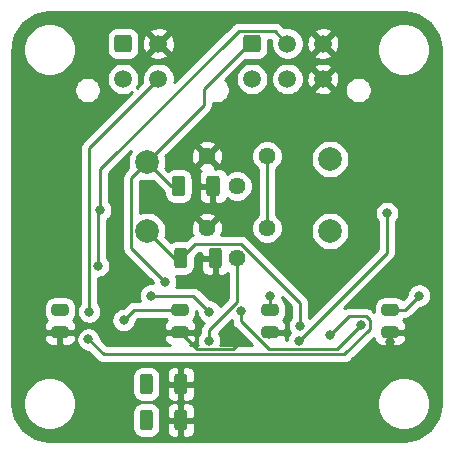
<source format=gbr>
G04 #@! TF.GenerationSoftware,KiCad,Pcbnew,(5.1.6)-1*
G04 #@! TF.CreationDate,2021-06-24T15:17:58+10:00*
G04 #@! TF.ProjectId,BSPD,42535044-2e6b-4696-9361-645f70636258,rev?*
G04 #@! TF.SameCoordinates,Original*
G04 #@! TF.FileFunction,Copper,L2,Bot*
G04 #@! TF.FilePolarity,Positive*
%FSLAX46Y46*%
G04 Gerber Fmt 4.6, Leading zero omitted, Abs format (unit mm)*
G04 Created by KiCad (PCBNEW (5.1.6)-1) date 2021-06-24 15:17:58*
%MOMM*%
%LPD*%
G01*
G04 APERTURE LIST*
G04 #@! TA.AperFunction,ComponentPad*
%ADD10C,2.000000*%
G04 #@! TD*
G04 #@! TA.AperFunction,ComponentPad*
%ADD11C,1.440000*%
G04 #@! TD*
G04 #@! TA.AperFunction,ComponentPad*
%ADD12C,1.500000*%
G04 #@! TD*
G04 #@! TA.AperFunction,ViaPad*
%ADD13C,0.800000*%
G04 #@! TD*
G04 #@! TA.AperFunction,Conductor*
%ADD14C,0.250000*%
G04 #@! TD*
G04 #@! TA.AperFunction,Conductor*
%ADD15C,0.254000*%
G04 #@! TD*
G04 APERTURE END LIST*
D10*
X103124000Y-92202000D03*
X103124000Y-86106000D03*
X87630000Y-92202000D03*
X87630000Y-86360000D03*
D11*
X92710000Y-91948000D03*
X95250000Y-94488000D03*
X97790000Y-91948000D03*
X92710000Y-85852000D03*
X95250000Y-88392000D03*
X97790000Y-85852000D03*
G04 #@! TA.AperFunction,SMDPad,CuDef*
G36*
G01*
X89927000Y-108829001D02*
X89927000Y-107578999D01*
G75*
G02*
X90176999Y-107329000I249999J0D01*
G01*
X90802001Y-107329000D01*
G75*
G02*
X91052000Y-107578999I0J-249999D01*
G01*
X91052000Y-108829001D01*
G75*
G02*
X90802001Y-109079000I-249999J0D01*
G01*
X90176999Y-109079000D01*
G75*
G02*
X89927000Y-108829001I0J249999D01*
G01*
G37*
G04 #@! TD.AperFunction*
G04 #@! TA.AperFunction,SMDPad,CuDef*
G36*
G01*
X87002000Y-108829001D02*
X87002000Y-107578999D01*
G75*
G02*
X87251999Y-107329000I249999J0D01*
G01*
X87877001Y-107329000D01*
G75*
G02*
X88127000Y-107578999I0J-249999D01*
G01*
X88127000Y-108829001D01*
G75*
G02*
X87877001Y-109079000I-249999J0D01*
G01*
X87251999Y-109079000D01*
G75*
G02*
X87002000Y-108829001I0J249999D01*
G01*
G37*
G04 #@! TD.AperFunction*
G04 #@! TA.AperFunction,SMDPad,CuDef*
G36*
G01*
X89927000Y-105781001D02*
X89927000Y-104530999D01*
G75*
G02*
X90176999Y-104281000I249999J0D01*
G01*
X90802001Y-104281000D01*
G75*
G02*
X91052000Y-104530999I0J-249999D01*
G01*
X91052000Y-105781001D01*
G75*
G02*
X90802001Y-106031000I-249999J0D01*
G01*
X90176999Y-106031000D01*
G75*
G02*
X89927000Y-105781001I0J249999D01*
G01*
G37*
G04 #@! TD.AperFunction*
G04 #@! TA.AperFunction,SMDPad,CuDef*
G36*
G01*
X87002000Y-105781001D02*
X87002000Y-104530999D01*
G75*
G02*
X87251999Y-104281000I249999J0D01*
G01*
X87877001Y-104281000D01*
G75*
G02*
X88127000Y-104530999I0J-249999D01*
G01*
X88127000Y-105781001D01*
G75*
G02*
X87877001Y-106031000I-249999J0D01*
G01*
X87251999Y-106031000D01*
G75*
G02*
X87002000Y-105781001I0J249999D01*
G01*
G37*
G04 #@! TD.AperFunction*
G04 #@! TA.AperFunction,SMDPad,CuDef*
G36*
G01*
X92848000Y-95113001D02*
X92848000Y-93862999D01*
G75*
G02*
X93097999Y-93613000I249999J0D01*
G01*
X93723001Y-93613000D01*
G75*
G02*
X93973000Y-93862999I0J-249999D01*
G01*
X93973000Y-95113001D01*
G75*
G02*
X93723001Y-95363000I-249999J0D01*
G01*
X93097999Y-95363000D01*
G75*
G02*
X92848000Y-95113001I0J249999D01*
G01*
G37*
G04 #@! TD.AperFunction*
G04 #@! TA.AperFunction,SMDPad,CuDef*
G36*
G01*
X89923000Y-95113001D02*
X89923000Y-93862999D01*
G75*
G02*
X90172999Y-93613000I249999J0D01*
G01*
X90798001Y-93613000D01*
G75*
G02*
X91048000Y-93862999I0J-249999D01*
G01*
X91048000Y-95113001D01*
G75*
G02*
X90798001Y-95363000I-249999J0D01*
G01*
X90172999Y-95363000D01*
G75*
G02*
X89923000Y-95113001I0J249999D01*
G01*
G37*
G04 #@! TD.AperFunction*
G04 #@! TA.AperFunction,SMDPad,CuDef*
G36*
G01*
X92655500Y-89017001D02*
X92655500Y-87766999D01*
G75*
G02*
X92905499Y-87517000I249999J0D01*
G01*
X93530501Y-87517000D01*
G75*
G02*
X93780500Y-87766999I0J-249999D01*
G01*
X93780500Y-89017001D01*
G75*
G02*
X93530501Y-89267000I-249999J0D01*
G01*
X92905499Y-89267000D01*
G75*
G02*
X92655500Y-89017001I0J249999D01*
G01*
G37*
G04 #@! TD.AperFunction*
G04 #@! TA.AperFunction,SMDPad,CuDef*
G36*
G01*
X89730500Y-89017001D02*
X89730500Y-87766999D01*
G75*
G02*
X89980499Y-87517000I249999J0D01*
G01*
X90605501Y-87517000D01*
G75*
G02*
X90855500Y-87766999I0J-249999D01*
G01*
X90855500Y-89017001D01*
G75*
G02*
X90605501Y-89267000I-249999J0D01*
G01*
X89980499Y-89267000D01*
G75*
G02*
X89730500Y-89017001I0J249999D01*
G01*
G37*
G04 #@! TD.AperFunction*
D12*
X102520000Y-79327000D03*
X99520000Y-79327000D03*
X96520000Y-79327000D03*
X102520000Y-76327000D03*
X99520000Y-76327000D03*
G04 #@! TA.AperFunction,ComponentPad*
G36*
G01*
X95770000Y-76827000D02*
X95770000Y-75827000D01*
G75*
G02*
X96020000Y-75577000I250000J0D01*
G01*
X97020000Y-75577000D01*
G75*
G02*
X97270000Y-75827000I0J-250000D01*
G01*
X97270000Y-76827000D01*
G75*
G02*
X97020000Y-77077000I-250000J0D01*
G01*
X96020000Y-77077000D01*
G75*
G02*
X95770000Y-76827000I0J250000D01*
G01*
G37*
G04 #@! TD.AperFunction*
X88598000Y-79327000D03*
X85598000Y-79327000D03*
X88598000Y-76327000D03*
G04 #@! TA.AperFunction,ComponentPad*
G36*
G01*
X84848000Y-76827000D02*
X84848000Y-75827000D01*
G75*
G02*
X85098000Y-75577000I250000J0D01*
G01*
X86098000Y-75577000D01*
G75*
G02*
X86348000Y-75827000I0J-250000D01*
G01*
X86348000Y-76827000D01*
G75*
G02*
X86098000Y-77077000I-250000J0D01*
G01*
X85098000Y-77077000D01*
G75*
G02*
X84848000Y-76827000I0J250000D01*
G01*
G37*
G04 #@! TD.AperFunction*
G04 #@! TA.AperFunction,SMDPad,CuDef*
G36*
G01*
X79789000Y-100272000D02*
X80739000Y-100272000D01*
G75*
G02*
X80989000Y-100522000I0J-250000D01*
G01*
X80989000Y-101022000D01*
G75*
G02*
X80739000Y-101272000I-250000J0D01*
G01*
X79789000Y-101272000D01*
G75*
G02*
X79539000Y-101022000I0J250000D01*
G01*
X79539000Y-100522000D01*
G75*
G02*
X79789000Y-100272000I250000J0D01*
G01*
G37*
G04 #@! TD.AperFunction*
G04 #@! TA.AperFunction,SMDPad,CuDef*
G36*
G01*
X79789000Y-98372000D02*
X80739000Y-98372000D01*
G75*
G02*
X80989000Y-98622000I0J-250000D01*
G01*
X80989000Y-99122000D01*
G75*
G02*
X80739000Y-99372000I-250000J0D01*
G01*
X79789000Y-99372000D01*
G75*
G02*
X79539000Y-99122000I0J250000D01*
G01*
X79539000Y-98622000D01*
G75*
G02*
X79789000Y-98372000I250000J0D01*
G01*
G37*
G04 #@! TD.AperFunction*
G04 #@! TA.AperFunction,SMDPad,CuDef*
G36*
G01*
X107729000Y-100272000D02*
X108679000Y-100272000D01*
G75*
G02*
X108929000Y-100522000I0J-250000D01*
G01*
X108929000Y-101022000D01*
G75*
G02*
X108679000Y-101272000I-250000J0D01*
G01*
X107729000Y-101272000D01*
G75*
G02*
X107479000Y-101022000I0J250000D01*
G01*
X107479000Y-100522000D01*
G75*
G02*
X107729000Y-100272000I250000J0D01*
G01*
G37*
G04 #@! TD.AperFunction*
G04 #@! TA.AperFunction,SMDPad,CuDef*
G36*
G01*
X107729000Y-98372000D02*
X108679000Y-98372000D01*
G75*
G02*
X108929000Y-98622000I0J-250000D01*
G01*
X108929000Y-99122000D01*
G75*
G02*
X108679000Y-99372000I-250000J0D01*
G01*
X107729000Y-99372000D01*
G75*
G02*
X107479000Y-99122000I0J250000D01*
G01*
X107479000Y-98622000D01*
G75*
G02*
X107729000Y-98372000I250000J0D01*
G01*
G37*
G04 #@! TD.AperFunction*
G04 #@! TA.AperFunction,SMDPad,CuDef*
G36*
G01*
X97569000Y-100272000D02*
X98519000Y-100272000D01*
G75*
G02*
X98769000Y-100522000I0J-250000D01*
G01*
X98769000Y-101022000D01*
G75*
G02*
X98519000Y-101272000I-250000J0D01*
G01*
X97569000Y-101272000D01*
G75*
G02*
X97319000Y-101022000I0J250000D01*
G01*
X97319000Y-100522000D01*
G75*
G02*
X97569000Y-100272000I250000J0D01*
G01*
G37*
G04 #@! TD.AperFunction*
G04 #@! TA.AperFunction,SMDPad,CuDef*
G36*
G01*
X97569000Y-98372000D02*
X98519000Y-98372000D01*
G75*
G02*
X98769000Y-98622000I0J-250000D01*
G01*
X98769000Y-99122000D01*
G75*
G02*
X98519000Y-99372000I-250000J0D01*
G01*
X97569000Y-99372000D01*
G75*
G02*
X97319000Y-99122000I0J250000D01*
G01*
X97319000Y-98622000D01*
G75*
G02*
X97569000Y-98372000I250000J0D01*
G01*
G37*
G04 #@! TD.AperFunction*
G04 #@! TA.AperFunction,SMDPad,CuDef*
G36*
G01*
X89949000Y-100272000D02*
X90899000Y-100272000D01*
G75*
G02*
X91149000Y-100522000I0J-250000D01*
G01*
X91149000Y-101022000D01*
G75*
G02*
X90899000Y-101272000I-250000J0D01*
G01*
X89949000Y-101272000D01*
G75*
G02*
X89699000Y-101022000I0J250000D01*
G01*
X89699000Y-100522000D01*
G75*
G02*
X89949000Y-100272000I250000J0D01*
G01*
G37*
G04 #@! TD.AperFunction*
G04 #@! TA.AperFunction,SMDPad,CuDef*
G36*
G01*
X89949000Y-98372000D02*
X90899000Y-98372000D01*
G75*
G02*
X91149000Y-98622000I0J-250000D01*
G01*
X91149000Y-99122000D01*
G75*
G02*
X90899000Y-99372000I-250000J0D01*
G01*
X89949000Y-99372000D01*
G75*
G02*
X89699000Y-99122000I0J250000D01*
G01*
X89699000Y-98622000D01*
G75*
G02*
X89949000Y-98372000I250000J0D01*
G01*
G37*
G04 #@! TD.AperFunction*
D13*
X97930847Y-100928000D03*
X108204000Y-101572990D03*
X93410500Y-94488000D03*
X80266845Y-100775665D03*
X88123770Y-101373010D03*
X95631000Y-101473000D03*
X110490000Y-93410500D03*
X80195963Y-98803963D03*
X110679000Y-97663000D03*
X83464000Y-95143154D03*
X83668000Y-90424000D03*
X85656847Y-99753847D03*
X90424000Y-98872000D03*
X98044000Y-97663000D03*
X107950000Y-90678000D03*
X100519000Y-101473000D03*
X87564500Y-105156000D03*
X82739000Y-99032990D03*
X87564500Y-108204000D03*
X100584000Y-100203000D03*
X95569000Y-98933000D03*
X105791000Y-100122990D03*
X89154000Y-96520000D03*
X87949000Y-97663000D03*
X92899000Y-99032990D03*
X82677000Y-101373010D03*
X103124000Y-100969000D03*
X92899000Y-101473000D03*
D14*
X108204000Y-101572990D02*
X108204000Y-100772000D01*
X91850001Y-102198001D02*
X90424000Y-100772000D01*
X94905999Y-102198001D02*
X91850001Y-102198001D01*
X95631000Y-101473000D02*
X94905999Y-102198001D01*
X97790000Y-85852000D02*
X97790000Y-91948000D01*
X108204000Y-98872000D02*
X109470000Y-98872000D01*
X109470000Y-98872000D02*
X110679000Y-97663000D01*
X83464000Y-95143154D02*
X83464000Y-90628000D01*
X83464000Y-90628000D02*
X83668000Y-90424000D01*
X83668000Y-86975998D02*
X83668000Y-90424000D01*
X95392008Y-75251990D02*
X83668000Y-86975998D01*
X98444990Y-75251990D02*
X95392008Y-75251990D01*
X99520000Y-76327000D02*
X98444990Y-75251990D01*
X90424000Y-98872000D02*
X86538694Y-98872000D01*
X86538694Y-98872000D02*
X85656847Y-99753847D01*
X98044000Y-97663000D02*
X98044000Y-98872000D01*
X107950000Y-90678000D02*
X107950000Y-94042000D01*
X107950000Y-94042000D02*
X100519000Y-101473000D01*
X88598000Y-79327000D02*
X82739000Y-85186000D01*
X82739000Y-85186000D02*
X82739000Y-99032990D01*
X89916000Y-94488000D02*
X87630000Y-92202000D01*
X90485500Y-94488000D02*
X89916000Y-94488000D01*
X95596592Y-93287990D02*
X91685510Y-93287990D01*
X91685510Y-93287990D02*
X90485500Y-94488000D01*
X100584000Y-98275398D02*
X95596592Y-93287990D01*
X100584000Y-100203000D02*
X100584000Y-98275398D01*
X92423001Y-80142997D02*
X92423001Y-81566999D01*
X92423001Y-81566999D02*
X87630000Y-86360000D01*
X96238998Y-76327000D02*
X92423001Y-80142997D01*
X96520000Y-76327000D02*
X96238998Y-76327000D01*
X89662000Y-88392000D02*
X90293000Y-88392000D01*
X87630000Y-86360000D02*
X89662000Y-88392000D01*
X97931811Y-102198001D02*
X95569000Y-99835190D01*
X103715989Y-102198001D02*
X97931811Y-102198001D01*
X95569000Y-99835190D02*
X95569000Y-98933000D01*
X105791000Y-100122990D02*
X103715989Y-102198001D01*
X86304999Y-93670999D02*
X89154000Y-96520000D01*
X87630000Y-86360000D02*
X86304999Y-87685001D01*
X86304999Y-87685001D02*
X86304999Y-93670999D01*
X87949000Y-97663000D02*
X91529010Y-97663000D01*
X91529010Y-97663000D02*
X92899000Y-99032990D01*
X83952001Y-102648011D02*
X82677000Y-101373010D01*
X106516001Y-99774989D02*
X106516001Y-100470991D01*
X104338981Y-102648011D02*
X83952001Y-102648011D01*
X106139001Y-99397989D02*
X106516001Y-99774989D01*
X104695011Y-99397989D02*
X106139001Y-99397989D01*
X106516001Y-100470991D02*
X104338981Y-102648011D01*
X103124000Y-100969000D02*
X104695011Y-99397989D01*
X95250000Y-94488000D02*
X95250000Y-98207999D01*
X92899000Y-100558999D02*
X95250000Y-98207999D01*
X92899000Y-101473000D02*
X92899000Y-100558999D01*
D15*
G36*
X109958222Y-73748096D02*
G01*
X110546164Y-73925606D01*
X111088436Y-74213937D01*
X111564364Y-74602094D01*
X111955845Y-75075314D01*
X112247951Y-75615552D01*
X112429563Y-76202244D01*
X112497001Y-76843888D01*
X112497000Y-106774721D01*
X112433904Y-107418221D01*
X112256394Y-108006164D01*
X111968063Y-108548436D01*
X111579906Y-109024364D01*
X111106686Y-109415845D01*
X110566449Y-109707950D01*
X109979756Y-109889563D01*
X109338130Y-109957000D01*
X79407279Y-109957000D01*
X78763779Y-109893904D01*
X78175836Y-109716394D01*
X77633564Y-109428063D01*
X77157636Y-109039906D01*
X76766155Y-108566686D01*
X76474050Y-108026449D01*
X76292437Y-107439756D01*
X76225000Y-106798130D01*
X76225000Y-106614872D01*
X77140000Y-106614872D01*
X77140000Y-107055128D01*
X77225890Y-107486925D01*
X77394369Y-107893669D01*
X77638962Y-108259729D01*
X77950271Y-108571038D01*
X78316331Y-108815631D01*
X78723075Y-108984110D01*
X79154872Y-109070000D01*
X79595128Y-109070000D01*
X80026925Y-108984110D01*
X80433669Y-108815631D01*
X80799729Y-108571038D01*
X81111038Y-108259729D01*
X81355631Y-107893669D01*
X81485971Y-107578999D01*
X86363928Y-107578999D01*
X86363928Y-108829001D01*
X86380992Y-109002255D01*
X86431528Y-109168851D01*
X86513595Y-109322387D01*
X86624038Y-109456962D01*
X86758613Y-109567405D01*
X86912149Y-109649472D01*
X87078745Y-109700008D01*
X87251999Y-109717072D01*
X87877001Y-109717072D01*
X88050255Y-109700008D01*
X88216851Y-109649472D01*
X88370387Y-109567405D01*
X88504962Y-109456962D01*
X88615405Y-109322387D01*
X88697472Y-109168851D01*
X88724727Y-109079000D01*
X89288928Y-109079000D01*
X89301188Y-109203482D01*
X89337498Y-109323180D01*
X89396463Y-109433494D01*
X89475815Y-109530185D01*
X89572506Y-109609537D01*
X89682820Y-109668502D01*
X89802518Y-109704812D01*
X89927000Y-109717072D01*
X90203750Y-109714000D01*
X90362500Y-109555250D01*
X90362500Y-108331000D01*
X90616500Y-108331000D01*
X90616500Y-109555250D01*
X90775250Y-109714000D01*
X91052000Y-109717072D01*
X91176482Y-109704812D01*
X91296180Y-109668502D01*
X91406494Y-109609537D01*
X91503185Y-109530185D01*
X91582537Y-109433494D01*
X91641502Y-109323180D01*
X91677812Y-109203482D01*
X91690072Y-109079000D01*
X91687000Y-108489750D01*
X91528250Y-108331000D01*
X90616500Y-108331000D01*
X90362500Y-108331000D01*
X89450750Y-108331000D01*
X89292000Y-108489750D01*
X89288928Y-109079000D01*
X88724727Y-109079000D01*
X88748008Y-109002255D01*
X88765072Y-108829001D01*
X88765072Y-107578999D01*
X88748008Y-107405745D01*
X88724728Y-107329000D01*
X89288928Y-107329000D01*
X89292000Y-107918250D01*
X89450750Y-108077000D01*
X90362500Y-108077000D01*
X90362500Y-106852750D01*
X90616500Y-106852750D01*
X90616500Y-108077000D01*
X91528250Y-108077000D01*
X91687000Y-107918250D01*
X91690072Y-107329000D01*
X91677812Y-107204518D01*
X91641502Y-107084820D01*
X91582537Y-106974506D01*
X91503185Y-106877815D01*
X91406494Y-106798463D01*
X91296180Y-106739498D01*
X91176482Y-106703188D01*
X91052000Y-106690928D01*
X90775250Y-106694000D01*
X90616500Y-106852750D01*
X90362500Y-106852750D01*
X90203750Y-106694000D01*
X89927000Y-106690928D01*
X89802518Y-106703188D01*
X89682820Y-106739498D01*
X89572506Y-106798463D01*
X89475815Y-106877815D01*
X89396463Y-106974506D01*
X89337498Y-107084820D01*
X89301188Y-107204518D01*
X89288928Y-107329000D01*
X88724728Y-107329000D01*
X88697472Y-107239149D01*
X88615405Y-107085613D01*
X88504962Y-106951038D01*
X88370387Y-106840595D01*
X88216851Y-106758528D01*
X88050255Y-106707992D01*
X87877001Y-106690928D01*
X87251999Y-106690928D01*
X87078745Y-106707992D01*
X86912149Y-106758528D01*
X86758613Y-106840595D01*
X86624038Y-106951038D01*
X86513595Y-107085613D01*
X86431528Y-107239149D01*
X86380992Y-107405745D01*
X86363928Y-107578999D01*
X81485971Y-107578999D01*
X81524110Y-107486925D01*
X81610000Y-107055128D01*
X81610000Y-106614872D01*
X81524110Y-106183075D01*
X81355631Y-105776331D01*
X81111038Y-105410271D01*
X80799729Y-105098962D01*
X80433669Y-104854369D01*
X80026925Y-104685890D01*
X79595128Y-104600000D01*
X79154872Y-104600000D01*
X78723075Y-104685890D01*
X78316331Y-104854369D01*
X77950271Y-105098962D01*
X77638962Y-105410271D01*
X77394369Y-105776331D01*
X77225890Y-106183075D01*
X77140000Y-106614872D01*
X76225000Y-106614872D01*
X76225000Y-104530999D01*
X86363928Y-104530999D01*
X86363928Y-105781001D01*
X86380992Y-105954255D01*
X86431528Y-106120851D01*
X86513595Y-106274387D01*
X86624038Y-106408962D01*
X86758613Y-106519405D01*
X86912149Y-106601472D01*
X87078745Y-106652008D01*
X87251999Y-106669072D01*
X87877001Y-106669072D01*
X88050255Y-106652008D01*
X88216851Y-106601472D01*
X88370387Y-106519405D01*
X88504962Y-106408962D01*
X88615405Y-106274387D01*
X88697472Y-106120851D01*
X88724727Y-106031000D01*
X89288928Y-106031000D01*
X89301188Y-106155482D01*
X89337498Y-106275180D01*
X89396463Y-106385494D01*
X89475815Y-106482185D01*
X89572506Y-106561537D01*
X89682820Y-106620502D01*
X89802518Y-106656812D01*
X89927000Y-106669072D01*
X90203750Y-106666000D01*
X90362500Y-106507250D01*
X90362500Y-105283000D01*
X90616500Y-105283000D01*
X90616500Y-106507250D01*
X90775250Y-106666000D01*
X91052000Y-106669072D01*
X91176482Y-106656812D01*
X91296180Y-106620502D01*
X91306712Y-106614872D01*
X107140000Y-106614872D01*
X107140000Y-107055128D01*
X107225890Y-107486925D01*
X107394369Y-107893669D01*
X107638962Y-108259729D01*
X107950271Y-108571038D01*
X108316331Y-108815631D01*
X108723075Y-108984110D01*
X109154872Y-109070000D01*
X109595128Y-109070000D01*
X110026925Y-108984110D01*
X110433669Y-108815631D01*
X110799729Y-108571038D01*
X111111038Y-108259729D01*
X111355631Y-107893669D01*
X111524110Y-107486925D01*
X111610000Y-107055128D01*
X111610000Y-106614872D01*
X111524110Y-106183075D01*
X111355631Y-105776331D01*
X111111038Y-105410271D01*
X110799729Y-105098962D01*
X110433669Y-104854369D01*
X110026925Y-104685890D01*
X109595128Y-104600000D01*
X109154872Y-104600000D01*
X108723075Y-104685890D01*
X108316331Y-104854369D01*
X107950271Y-105098962D01*
X107638962Y-105410271D01*
X107394369Y-105776331D01*
X107225890Y-106183075D01*
X107140000Y-106614872D01*
X91306712Y-106614872D01*
X91406494Y-106561537D01*
X91503185Y-106482185D01*
X91582537Y-106385494D01*
X91641502Y-106275180D01*
X91677812Y-106155482D01*
X91690072Y-106031000D01*
X91687000Y-105441750D01*
X91528250Y-105283000D01*
X90616500Y-105283000D01*
X90362500Y-105283000D01*
X89450750Y-105283000D01*
X89292000Y-105441750D01*
X89288928Y-106031000D01*
X88724727Y-106031000D01*
X88748008Y-105954255D01*
X88765072Y-105781001D01*
X88765072Y-104530999D01*
X88748008Y-104357745D01*
X88724728Y-104281000D01*
X89288928Y-104281000D01*
X89292000Y-104870250D01*
X89450750Y-105029000D01*
X90362500Y-105029000D01*
X90362500Y-103804750D01*
X90616500Y-103804750D01*
X90616500Y-105029000D01*
X91528250Y-105029000D01*
X91687000Y-104870250D01*
X91690072Y-104281000D01*
X91677812Y-104156518D01*
X91641502Y-104036820D01*
X91582537Y-103926506D01*
X91503185Y-103829815D01*
X91406494Y-103750463D01*
X91296180Y-103691498D01*
X91176482Y-103655188D01*
X91052000Y-103642928D01*
X90775250Y-103646000D01*
X90616500Y-103804750D01*
X90362500Y-103804750D01*
X90203750Y-103646000D01*
X89927000Y-103642928D01*
X89802518Y-103655188D01*
X89682820Y-103691498D01*
X89572506Y-103750463D01*
X89475815Y-103829815D01*
X89396463Y-103926506D01*
X89337498Y-104036820D01*
X89301188Y-104156518D01*
X89288928Y-104281000D01*
X88724728Y-104281000D01*
X88697472Y-104191149D01*
X88615405Y-104037613D01*
X88504962Y-103903038D01*
X88370387Y-103792595D01*
X88216851Y-103710528D01*
X88050255Y-103659992D01*
X87877001Y-103642928D01*
X87251999Y-103642928D01*
X87078745Y-103659992D01*
X86912149Y-103710528D01*
X86758613Y-103792595D01*
X86624038Y-103903038D01*
X86513595Y-104037613D01*
X86431528Y-104191149D01*
X86380992Y-104357745D01*
X86363928Y-104530999D01*
X76225000Y-104530999D01*
X76225000Y-101272000D01*
X78900928Y-101272000D01*
X78913188Y-101396482D01*
X78949498Y-101516180D01*
X79008463Y-101626494D01*
X79087815Y-101723185D01*
X79184506Y-101802537D01*
X79294820Y-101861502D01*
X79414518Y-101897812D01*
X79539000Y-101910072D01*
X79978250Y-101907000D01*
X80137000Y-101748250D01*
X80137000Y-100899000D01*
X80391000Y-100899000D01*
X80391000Y-101748250D01*
X80549750Y-101907000D01*
X80989000Y-101910072D01*
X81113482Y-101897812D01*
X81233180Y-101861502D01*
X81343494Y-101802537D01*
X81440185Y-101723185D01*
X81519537Y-101626494D01*
X81578502Y-101516180D01*
X81614812Y-101396482D01*
X81627072Y-101272000D01*
X81627059Y-101271071D01*
X81642000Y-101271071D01*
X81642000Y-101474949D01*
X81681774Y-101674908D01*
X81759795Y-101863266D01*
X81873063Y-102032784D01*
X82017226Y-102176947D01*
X82186744Y-102290215D01*
X82375102Y-102368236D01*
X82575061Y-102408010D01*
X82637199Y-102408010D01*
X83388202Y-103159014D01*
X83412000Y-103188012D01*
X83527725Y-103282985D01*
X83659754Y-103353557D01*
X83803015Y-103397014D01*
X83914668Y-103408011D01*
X83914676Y-103408011D01*
X83952001Y-103411687D01*
X83989326Y-103408011D01*
X104301659Y-103408011D01*
X104338981Y-103411687D01*
X104376303Y-103408011D01*
X104376314Y-103408011D01*
X104487967Y-103397014D01*
X104631228Y-103353557D01*
X104763257Y-103282985D01*
X104878982Y-103188012D01*
X104902785Y-103159008D01*
X106841672Y-101220122D01*
X106840928Y-101272000D01*
X106853188Y-101396482D01*
X106889498Y-101516180D01*
X106948463Y-101626494D01*
X107027815Y-101723185D01*
X107124506Y-101802537D01*
X107234820Y-101861502D01*
X107354518Y-101897812D01*
X107479000Y-101910072D01*
X107918250Y-101907000D01*
X108077000Y-101748250D01*
X108077000Y-100899000D01*
X108331000Y-100899000D01*
X108331000Y-101748250D01*
X108489750Y-101907000D01*
X108929000Y-101910072D01*
X109053482Y-101897812D01*
X109173180Y-101861502D01*
X109283494Y-101802537D01*
X109380185Y-101723185D01*
X109459537Y-101626494D01*
X109518502Y-101516180D01*
X109554812Y-101396482D01*
X109567072Y-101272000D01*
X109564000Y-101057750D01*
X109405250Y-100899000D01*
X108331000Y-100899000D01*
X108077000Y-100899000D01*
X108057000Y-100899000D01*
X108057000Y-100645000D01*
X108077000Y-100645000D01*
X108077000Y-100625000D01*
X108331000Y-100625000D01*
X108331000Y-100645000D01*
X109405250Y-100645000D01*
X109564000Y-100486250D01*
X109567072Y-100272000D01*
X109554812Y-100147518D01*
X109518502Y-100027820D01*
X109459537Y-99917506D01*
X109380185Y-99820815D01*
X109300406Y-99755342D01*
X109306962Y-99749962D01*
X109403770Y-99632000D01*
X109432678Y-99632000D01*
X109470000Y-99635676D01*
X109507322Y-99632000D01*
X109507333Y-99632000D01*
X109618986Y-99621003D01*
X109762247Y-99577546D01*
X109894276Y-99506974D01*
X110010001Y-99412001D01*
X110033804Y-99382997D01*
X110718802Y-98698000D01*
X110780939Y-98698000D01*
X110980898Y-98658226D01*
X111169256Y-98580205D01*
X111338774Y-98466937D01*
X111482937Y-98322774D01*
X111596205Y-98153256D01*
X111674226Y-97964898D01*
X111714000Y-97764939D01*
X111714000Y-97561061D01*
X111674226Y-97361102D01*
X111596205Y-97172744D01*
X111482937Y-97003226D01*
X111338774Y-96859063D01*
X111169256Y-96745795D01*
X110980898Y-96667774D01*
X110780939Y-96628000D01*
X110577061Y-96628000D01*
X110377102Y-96667774D01*
X110188744Y-96745795D01*
X110019226Y-96859063D01*
X109875063Y-97003226D01*
X109761795Y-97172744D01*
X109683774Y-97361102D01*
X109644000Y-97561061D01*
X109644000Y-97623198D01*
X109288397Y-97978802D01*
X109172386Y-97883595D01*
X109018850Y-97801528D01*
X108852254Y-97750992D01*
X108679000Y-97733928D01*
X107729000Y-97733928D01*
X107555746Y-97750992D01*
X107389150Y-97801528D01*
X107235614Y-97883595D01*
X107101038Y-97994038D01*
X106990595Y-98128614D01*
X106908528Y-98282150D01*
X106857992Y-98448746D01*
X106840928Y-98622000D01*
X106840928Y-99025115D01*
X106702805Y-98886992D01*
X106679002Y-98857988D01*
X106563277Y-98763015D01*
X106431248Y-98692443D01*
X106287987Y-98648986D01*
X106176334Y-98637989D01*
X106176323Y-98637989D01*
X106139001Y-98634313D01*
X106101679Y-98637989D01*
X104732333Y-98637989D01*
X104695010Y-98634313D01*
X104657687Y-98637989D01*
X104657678Y-98637989D01*
X104546025Y-98648986D01*
X104402764Y-98692443D01*
X104341740Y-98725061D01*
X108461003Y-94605799D01*
X108490001Y-94582001D01*
X108567146Y-94488000D01*
X108584974Y-94466277D01*
X108655546Y-94334247D01*
X108699003Y-94190986D01*
X108710000Y-94079333D01*
X108710000Y-94079323D01*
X108713676Y-94042000D01*
X108710000Y-94004678D01*
X108710000Y-91381711D01*
X108753937Y-91337774D01*
X108867205Y-91168256D01*
X108945226Y-90979898D01*
X108985000Y-90779939D01*
X108985000Y-90576061D01*
X108945226Y-90376102D01*
X108867205Y-90187744D01*
X108753937Y-90018226D01*
X108609774Y-89874063D01*
X108440256Y-89760795D01*
X108251898Y-89682774D01*
X108051939Y-89643000D01*
X107848061Y-89643000D01*
X107648102Y-89682774D01*
X107459744Y-89760795D01*
X107290226Y-89874063D01*
X107146063Y-90018226D01*
X107032795Y-90187744D01*
X106954774Y-90376102D01*
X106915000Y-90576061D01*
X106915000Y-90779939D01*
X106954774Y-90979898D01*
X107032795Y-91168256D01*
X107146063Y-91337774D01*
X107190000Y-91381711D01*
X107190001Y-93727197D01*
X101380955Y-99536244D01*
X101344000Y-99499289D01*
X101344000Y-98312720D01*
X101347676Y-98275397D01*
X101344000Y-98238074D01*
X101344000Y-98238065D01*
X101333003Y-98126412D01*
X101289546Y-97983151D01*
X101265291Y-97937774D01*
X101218974Y-97851121D01*
X101147799Y-97764395D01*
X101124001Y-97735397D01*
X101095003Y-97711599D01*
X96160396Y-92776993D01*
X96136593Y-92747989D01*
X96020868Y-92653016D01*
X95888839Y-92582444D01*
X95745578Y-92538987D01*
X95633925Y-92527990D01*
X95633914Y-92527990D01*
X95596592Y-92524314D01*
X95559270Y-92527990D01*
X93934619Y-92527990D01*
X93994266Y-92400210D01*
X94057811Y-92140973D01*
X94069561Y-91874320D01*
X94029063Y-91610499D01*
X93937875Y-91359647D01*
X93881368Y-91253932D01*
X93645560Y-91192045D01*
X92889605Y-91948000D01*
X92903748Y-91962143D01*
X92724143Y-92141748D01*
X92710000Y-92127605D01*
X92695858Y-92141748D01*
X92516253Y-91962143D01*
X92530395Y-91948000D01*
X91774440Y-91192045D01*
X91538632Y-91253932D01*
X91425734Y-91495790D01*
X91362189Y-91755027D01*
X91350439Y-92021680D01*
X91390937Y-92285501D01*
X91482125Y-92536353D01*
X91490926Y-92552819D01*
X91393263Y-92582444D01*
X91261234Y-92653016D01*
X91261232Y-92653017D01*
X91261233Y-92653017D01*
X91174506Y-92724191D01*
X91174502Y-92724195D01*
X91145509Y-92747989D01*
X91121715Y-92776982D01*
X90912493Y-92986204D01*
X90798001Y-92974928D01*
X90172999Y-92974928D01*
X89999745Y-92991992D01*
X89833149Y-93042528D01*
X89679613Y-93124595D01*
X89650933Y-93148132D01*
X89196177Y-92693376D01*
X89202168Y-92678912D01*
X89265000Y-92363033D01*
X89265000Y-92040967D01*
X89202168Y-91725088D01*
X89078918Y-91427537D01*
X88899987Y-91159748D01*
X88752679Y-91012440D01*
X91954045Y-91012440D01*
X92710000Y-91768395D01*
X93465955Y-91012440D01*
X93404068Y-90776632D01*
X93162210Y-90663734D01*
X92902973Y-90600189D01*
X92636320Y-90588439D01*
X92372499Y-90628937D01*
X92121647Y-90720125D01*
X92015932Y-90776632D01*
X91954045Y-91012440D01*
X88752679Y-91012440D01*
X88672252Y-90932013D01*
X88404463Y-90753082D01*
X88106912Y-90629832D01*
X87791033Y-90567000D01*
X87468967Y-90567000D01*
X87153088Y-90629832D01*
X87064999Y-90666320D01*
X87064999Y-87999802D01*
X87138624Y-87926177D01*
X87153088Y-87932168D01*
X87468967Y-87995000D01*
X87791033Y-87995000D01*
X88106912Y-87932168D01*
X88121375Y-87926177D01*
X89092428Y-88897230D01*
X89092428Y-89017001D01*
X89109492Y-89190255D01*
X89160028Y-89356851D01*
X89242095Y-89510387D01*
X89352538Y-89644962D01*
X89487113Y-89755405D01*
X89640649Y-89837472D01*
X89807245Y-89888008D01*
X89980499Y-89905072D01*
X90605501Y-89905072D01*
X90778755Y-89888008D01*
X90945351Y-89837472D01*
X91098887Y-89755405D01*
X91233462Y-89644962D01*
X91343905Y-89510387D01*
X91425972Y-89356851D01*
X91453227Y-89267000D01*
X92017428Y-89267000D01*
X92029688Y-89391482D01*
X92065998Y-89511180D01*
X92124963Y-89621494D01*
X92204315Y-89718185D01*
X92301006Y-89797537D01*
X92411320Y-89856502D01*
X92531018Y-89892812D01*
X92655500Y-89905072D01*
X92932250Y-89902000D01*
X93091000Y-89743250D01*
X93091000Y-88519000D01*
X92179250Y-88519000D01*
X92020500Y-88677750D01*
X92017428Y-89267000D01*
X91453227Y-89267000D01*
X91476508Y-89190255D01*
X91493572Y-89017001D01*
X91493572Y-87766999D01*
X91476508Y-87593745D01*
X91425972Y-87427149D01*
X91343905Y-87273613D01*
X91233462Y-87139038D01*
X91098887Y-87028595D01*
X90945351Y-86946528D01*
X90778755Y-86895992D01*
X90605501Y-86878928D01*
X89980499Y-86878928D01*
X89807245Y-86895992D01*
X89640649Y-86946528D01*
X89487113Y-87028595D01*
X89424655Y-87079853D01*
X89196177Y-86851375D01*
X89202168Y-86836912D01*
X89211984Y-86787560D01*
X91954045Y-86787560D01*
X92015932Y-87023368D01*
X92177323Y-87098705D01*
X92124963Y-87162506D01*
X92065998Y-87272820D01*
X92029688Y-87392518D01*
X92017428Y-87517000D01*
X92020500Y-88106250D01*
X92179250Y-88265000D01*
X93091000Y-88265000D01*
X93091000Y-88245000D01*
X93345000Y-88245000D01*
X93345000Y-88265000D01*
X93365000Y-88265000D01*
X93365000Y-88519000D01*
X93345000Y-88519000D01*
X93345000Y-89743250D01*
X93503750Y-89902000D01*
X93780500Y-89905072D01*
X93904982Y-89892812D01*
X94024680Y-89856502D01*
X94134994Y-89797537D01*
X94231685Y-89718185D01*
X94311037Y-89621494D01*
X94370002Y-89511180D01*
X94389557Y-89446715D01*
X94608167Y-89592785D01*
X94854761Y-89694928D01*
X95116544Y-89747000D01*
X95383456Y-89747000D01*
X95645239Y-89694928D01*
X95891833Y-89592785D01*
X96113762Y-89444497D01*
X96302497Y-89255762D01*
X96450785Y-89033833D01*
X96552928Y-88787239D01*
X96605000Y-88525456D01*
X96605000Y-88258544D01*
X96552928Y-87996761D01*
X96450785Y-87750167D01*
X96302497Y-87528238D01*
X96113762Y-87339503D01*
X95891833Y-87191215D01*
X95645239Y-87089072D01*
X95383456Y-87037000D01*
X95116544Y-87037000D01*
X94854761Y-87089072D01*
X94608167Y-87191215D01*
X94389557Y-87337285D01*
X94370002Y-87272820D01*
X94311037Y-87162506D01*
X94231685Y-87065815D01*
X94134994Y-86986463D01*
X94024680Y-86927498D01*
X93904982Y-86891188D01*
X93780500Y-86878928D01*
X93503750Y-86882000D01*
X93418901Y-86966849D01*
X93465955Y-86787560D01*
X92710000Y-86031605D01*
X91954045Y-86787560D01*
X89211984Y-86787560D01*
X89265000Y-86521033D01*
X89265000Y-86198967D01*
X89210641Y-85925680D01*
X91350439Y-85925680D01*
X91390937Y-86189501D01*
X91482125Y-86440353D01*
X91538632Y-86546068D01*
X91774440Y-86607955D01*
X92530395Y-85852000D01*
X92889605Y-85852000D01*
X93645560Y-86607955D01*
X93881368Y-86546068D01*
X93994266Y-86304210D01*
X94057811Y-86044973D01*
X94069561Y-85778320D01*
X94060386Y-85718544D01*
X96435000Y-85718544D01*
X96435000Y-85985456D01*
X96487072Y-86247239D01*
X96589215Y-86493833D01*
X96737503Y-86715762D01*
X96926238Y-86904497D01*
X97030000Y-86973829D01*
X97030001Y-90826171D01*
X96926238Y-90895503D01*
X96737503Y-91084238D01*
X96589215Y-91306167D01*
X96487072Y-91552761D01*
X96435000Y-91814544D01*
X96435000Y-92081456D01*
X96487072Y-92343239D01*
X96589215Y-92589833D01*
X96737503Y-92811762D01*
X96926238Y-93000497D01*
X97148167Y-93148785D01*
X97394761Y-93250928D01*
X97656544Y-93303000D01*
X97923456Y-93303000D01*
X98185239Y-93250928D01*
X98431833Y-93148785D01*
X98653762Y-93000497D01*
X98842497Y-92811762D01*
X98990785Y-92589833D01*
X99092928Y-92343239D01*
X99145000Y-92081456D01*
X99145000Y-92040967D01*
X101489000Y-92040967D01*
X101489000Y-92363033D01*
X101551832Y-92678912D01*
X101675082Y-92976463D01*
X101854013Y-93244252D01*
X102081748Y-93471987D01*
X102349537Y-93650918D01*
X102647088Y-93774168D01*
X102962967Y-93837000D01*
X103285033Y-93837000D01*
X103600912Y-93774168D01*
X103898463Y-93650918D01*
X104166252Y-93471987D01*
X104393987Y-93244252D01*
X104572918Y-92976463D01*
X104696168Y-92678912D01*
X104759000Y-92363033D01*
X104759000Y-92040967D01*
X104696168Y-91725088D01*
X104572918Y-91427537D01*
X104393987Y-91159748D01*
X104166252Y-90932013D01*
X103898463Y-90753082D01*
X103600912Y-90629832D01*
X103285033Y-90567000D01*
X102962967Y-90567000D01*
X102647088Y-90629832D01*
X102349537Y-90753082D01*
X102081748Y-90932013D01*
X101854013Y-91159748D01*
X101675082Y-91427537D01*
X101551832Y-91725088D01*
X101489000Y-92040967D01*
X99145000Y-92040967D01*
X99145000Y-91814544D01*
X99092928Y-91552761D01*
X98990785Y-91306167D01*
X98842497Y-91084238D01*
X98653762Y-90895503D01*
X98550000Y-90826172D01*
X98550000Y-86973828D01*
X98653762Y-86904497D01*
X98842497Y-86715762D01*
X98990785Y-86493833D01*
X99092928Y-86247239D01*
X99145000Y-85985456D01*
X99145000Y-85944967D01*
X101489000Y-85944967D01*
X101489000Y-86267033D01*
X101551832Y-86582912D01*
X101675082Y-86880463D01*
X101854013Y-87148252D01*
X102081748Y-87375987D01*
X102349537Y-87554918D01*
X102647088Y-87678168D01*
X102962967Y-87741000D01*
X103285033Y-87741000D01*
X103600912Y-87678168D01*
X103898463Y-87554918D01*
X104166252Y-87375987D01*
X104393987Y-87148252D01*
X104572918Y-86880463D01*
X104696168Y-86582912D01*
X104759000Y-86267033D01*
X104759000Y-85944967D01*
X104696168Y-85629088D01*
X104572918Y-85331537D01*
X104393987Y-85063748D01*
X104166252Y-84836013D01*
X103898463Y-84657082D01*
X103600912Y-84533832D01*
X103285033Y-84471000D01*
X102962967Y-84471000D01*
X102647088Y-84533832D01*
X102349537Y-84657082D01*
X102081748Y-84836013D01*
X101854013Y-85063748D01*
X101675082Y-85331537D01*
X101551832Y-85629088D01*
X101489000Y-85944967D01*
X99145000Y-85944967D01*
X99145000Y-85718544D01*
X99092928Y-85456761D01*
X98990785Y-85210167D01*
X98842497Y-84988238D01*
X98653762Y-84799503D01*
X98431833Y-84651215D01*
X98185239Y-84549072D01*
X97923456Y-84497000D01*
X97656544Y-84497000D01*
X97394761Y-84549072D01*
X97148167Y-84651215D01*
X96926238Y-84799503D01*
X96737503Y-84988238D01*
X96589215Y-85210167D01*
X96487072Y-85456761D01*
X96435000Y-85718544D01*
X94060386Y-85718544D01*
X94029063Y-85514499D01*
X93937875Y-85263647D01*
X93881368Y-85157932D01*
X93645560Y-85096045D01*
X92889605Y-85852000D01*
X92530395Y-85852000D01*
X91774440Y-85096045D01*
X91538632Y-85157932D01*
X91425734Y-85399790D01*
X91362189Y-85659027D01*
X91350439Y-85925680D01*
X89210641Y-85925680D01*
X89202168Y-85883088D01*
X89196177Y-85868624D01*
X90148361Y-84916440D01*
X91954045Y-84916440D01*
X92710000Y-85672395D01*
X93465955Y-84916440D01*
X93404068Y-84680632D01*
X93162210Y-84567734D01*
X92902973Y-84504189D01*
X92636320Y-84492439D01*
X92372499Y-84532937D01*
X92121647Y-84624125D01*
X92015932Y-84680632D01*
X91954045Y-84916440D01*
X90148361Y-84916440D01*
X92934004Y-82130798D01*
X92963002Y-82107000D01*
X92989333Y-82074916D01*
X93057975Y-81991276D01*
X93128547Y-81859246D01*
X93172004Y-81715985D01*
X93183001Y-81604332D01*
X93183001Y-81604322D01*
X93186677Y-81567000D01*
X93183001Y-81529677D01*
X93183001Y-81355926D01*
X93188933Y-81358383D01*
X93408212Y-81402000D01*
X93631788Y-81402000D01*
X93851067Y-81358383D01*
X94057624Y-81272824D01*
X94243520Y-81148612D01*
X94401612Y-80990520D01*
X94525824Y-80804624D01*
X94611383Y-80598067D01*
X94655000Y-80378788D01*
X94655000Y-80155212D01*
X94611383Y-79935933D01*
X94525824Y-79729376D01*
X94401612Y-79543480D01*
X94249466Y-79391334D01*
X94450211Y-79190589D01*
X95135000Y-79190589D01*
X95135000Y-79463411D01*
X95188225Y-79730989D01*
X95292629Y-79983043D01*
X95444201Y-80209886D01*
X95637114Y-80402799D01*
X95863957Y-80554371D01*
X96116011Y-80658775D01*
X96383589Y-80712000D01*
X96656411Y-80712000D01*
X96923989Y-80658775D01*
X97176043Y-80554371D01*
X97402886Y-80402799D01*
X97595799Y-80209886D01*
X97747371Y-79983043D01*
X97851775Y-79730989D01*
X97905000Y-79463411D01*
X97905000Y-79190589D01*
X98135000Y-79190589D01*
X98135000Y-79463411D01*
X98188225Y-79730989D01*
X98292629Y-79983043D01*
X98444201Y-80209886D01*
X98637114Y-80402799D01*
X98863957Y-80554371D01*
X99116011Y-80658775D01*
X99383589Y-80712000D01*
X99656411Y-80712000D01*
X99923989Y-80658775D01*
X100176043Y-80554371D01*
X100402886Y-80402799D01*
X100521692Y-80283993D01*
X101742612Y-80283993D01*
X101808137Y-80522860D01*
X102055116Y-80638760D01*
X102319960Y-80704250D01*
X102592492Y-80716812D01*
X102862238Y-80675965D01*
X103118832Y-80583277D01*
X103231863Y-80522860D01*
X103297388Y-80283993D01*
X103168607Y-80155212D01*
X104385000Y-80155212D01*
X104385000Y-80378788D01*
X104428617Y-80598067D01*
X104514176Y-80804624D01*
X104638388Y-80990520D01*
X104796480Y-81148612D01*
X104982376Y-81272824D01*
X105188933Y-81358383D01*
X105408212Y-81402000D01*
X105631788Y-81402000D01*
X105851067Y-81358383D01*
X106057624Y-81272824D01*
X106243520Y-81148612D01*
X106401612Y-80990520D01*
X106525824Y-80804624D01*
X106611383Y-80598067D01*
X106655000Y-80378788D01*
X106655000Y-80155212D01*
X106611383Y-79935933D01*
X106525824Y-79729376D01*
X106401612Y-79543480D01*
X106243520Y-79385388D01*
X106057624Y-79261176D01*
X105851067Y-79175617D01*
X105631788Y-79132000D01*
X105408212Y-79132000D01*
X105188933Y-79175617D01*
X104982376Y-79261176D01*
X104796480Y-79385388D01*
X104638388Y-79543480D01*
X104514176Y-79729376D01*
X104428617Y-79935933D01*
X104385000Y-80155212D01*
X103168607Y-80155212D01*
X102520000Y-79506605D01*
X101742612Y-80283993D01*
X100521692Y-80283993D01*
X100595799Y-80209886D01*
X100747371Y-79983043D01*
X100851775Y-79730989D01*
X100905000Y-79463411D01*
X100905000Y-79399492D01*
X101130188Y-79399492D01*
X101171035Y-79669238D01*
X101263723Y-79925832D01*
X101324140Y-80038863D01*
X101563007Y-80104388D01*
X102340395Y-79327000D01*
X102699605Y-79327000D01*
X103476993Y-80104388D01*
X103715860Y-80038863D01*
X103831760Y-79791884D01*
X103897250Y-79527040D01*
X103909812Y-79254508D01*
X103868965Y-78984762D01*
X103776277Y-78728168D01*
X103715860Y-78615137D01*
X103476993Y-78549612D01*
X102699605Y-79327000D01*
X102340395Y-79327000D01*
X101563007Y-78549612D01*
X101324140Y-78615137D01*
X101208240Y-78862116D01*
X101142750Y-79126960D01*
X101130188Y-79399492D01*
X100905000Y-79399492D01*
X100905000Y-79190589D01*
X100851775Y-78923011D01*
X100747371Y-78670957D01*
X100595799Y-78444114D01*
X100521692Y-78370007D01*
X101742612Y-78370007D01*
X102520000Y-79147395D01*
X103297388Y-78370007D01*
X103231863Y-78131140D01*
X102984884Y-78015240D01*
X102720040Y-77949750D01*
X102447508Y-77937188D01*
X102177762Y-77978035D01*
X101921168Y-78070723D01*
X101808137Y-78131140D01*
X101742612Y-78370007D01*
X100521692Y-78370007D01*
X100402886Y-78251201D01*
X100176043Y-78099629D01*
X99923989Y-77995225D01*
X99656411Y-77942000D01*
X99383589Y-77942000D01*
X99116011Y-77995225D01*
X98863957Y-78099629D01*
X98637114Y-78251201D01*
X98444201Y-78444114D01*
X98292629Y-78670957D01*
X98188225Y-78923011D01*
X98135000Y-79190589D01*
X97905000Y-79190589D01*
X97851775Y-78923011D01*
X97747371Y-78670957D01*
X97595799Y-78444114D01*
X97402886Y-78251201D01*
X97176043Y-78099629D01*
X96923989Y-77995225D01*
X96656411Y-77942000D01*
X96383589Y-77942000D01*
X96116011Y-77995225D01*
X95863957Y-78099629D01*
X95637114Y-78251201D01*
X95444201Y-78444114D01*
X95292629Y-78670957D01*
X95188225Y-78923011D01*
X95135000Y-79190589D01*
X94450211Y-79190589D01*
X95934180Y-77706620D01*
X96020000Y-77715072D01*
X97020000Y-77715072D01*
X97193254Y-77698008D01*
X97359850Y-77647472D01*
X97513386Y-77565405D01*
X97647962Y-77454962D01*
X97758405Y-77320386D01*
X97840472Y-77166850D01*
X97891008Y-77000254D01*
X97908072Y-76827000D01*
X97908072Y-76011990D01*
X98130189Y-76011990D01*
X98163833Y-76045635D01*
X98135000Y-76190589D01*
X98135000Y-76463411D01*
X98188225Y-76730989D01*
X98292629Y-76983043D01*
X98444201Y-77209886D01*
X98637114Y-77402799D01*
X98863957Y-77554371D01*
X99116011Y-77658775D01*
X99383589Y-77712000D01*
X99656411Y-77712000D01*
X99923989Y-77658775D01*
X100176043Y-77554371D01*
X100402886Y-77402799D01*
X100521692Y-77283993D01*
X101742612Y-77283993D01*
X101808137Y-77522860D01*
X102055116Y-77638760D01*
X102319960Y-77704250D01*
X102592492Y-77716812D01*
X102862238Y-77675965D01*
X103118832Y-77583277D01*
X103231863Y-77522860D01*
X103297388Y-77283993D01*
X102520000Y-76506605D01*
X101742612Y-77283993D01*
X100521692Y-77283993D01*
X100595799Y-77209886D01*
X100747371Y-76983043D01*
X100851775Y-76730989D01*
X100905000Y-76463411D01*
X100905000Y-76399492D01*
X101130188Y-76399492D01*
X101171035Y-76669238D01*
X101263723Y-76925832D01*
X101324140Y-77038863D01*
X101563007Y-77104388D01*
X102340395Y-76327000D01*
X102699605Y-76327000D01*
X103476993Y-77104388D01*
X103715860Y-77038863D01*
X103831760Y-76791884D01*
X103875531Y-76614872D01*
X107140000Y-76614872D01*
X107140000Y-77055128D01*
X107225890Y-77486925D01*
X107394369Y-77893669D01*
X107638962Y-78259729D01*
X107950271Y-78571038D01*
X108316331Y-78815631D01*
X108723075Y-78984110D01*
X109154872Y-79070000D01*
X109595128Y-79070000D01*
X110026925Y-78984110D01*
X110433669Y-78815631D01*
X110799729Y-78571038D01*
X111111038Y-78259729D01*
X111355631Y-77893669D01*
X111524110Y-77486925D01*
X111610000Y-77055128D01*
X111610000Y-76614872D01*
X111524110Y-76183075D01*
X111355631Y-75776331D01*
X111111038Y-75410271D01*
X110799729Y-75098962D01*
X110433669Y-74854369D01*
X110026925Y-74685890D01*
X109595128Y-74600000D01*
X109154872Y-74600000D01*
X108723075Y-74685890D01*
X108316331Y-74854369D01*
X107950271Y-75098962D01*
X107638962Y-75410271D01*
X107394369Y-75776331D01*
X107225890Y-76183075D01*
X107140000Y-76614872D01*
X103875531Y-76614872D01*
X103897250Y-76527040D01*
X103909812Y-76254508D01*
X103868965Y-75984762D01*
X103776277Y-75728168D01*
X103715860Y-75615137D01*
X103476993Y-75549612D01*
X102699605Y-76327000D01*
X102340395Y-76327000D01*
X101563007Y-75549612D01*
X101324140Y-75615137D01*
X101208240Y-75862116D01*
X101142750Y-76126960D01*
X101130188Y-76399492D01*
X100905000Y-76399492D01*
X100905000Y-76190589D01*
X100851775Y-75923011D01*
X100747371Y-75670957D01*
X100595799Y-75444114D01*
X100521692Y-75370007D01*
X101742612Y-75370007D01*
X102520000Y-76147395D01*
X103297388Y-75370007D01*
X103231863Y-75131140D01*
X102984884Y-75015240D01*
X102720040Y-74949750D01*
X102447508Y-74937188D01*
X102177762Y-74978035D01*
X101921168Y-75070723D01*
X101808137Y-75131140D01*
X101742612Y-75370007D01*
X100521692Y-75370007D01*
X100402886Y-75251201D01*
X100176043Y-75099629D01*
X99923989Y-74995225D01*
X99656411Y-74942000D01*
X99383589Y-74942000D01*
X99238635Y-74970833D01*
X99008794Y-74740992D01*
X98984991Y-74711989D01*
X98869266Y-74617016D01*
X98737237Y-74546444D01*
X98593976Y-74502987D01*
X98482323Y-74491990D01*
X98482312Y-74491990D01*
X98444990Y-74488314D01*
X98407668Y-74491990D01*
X95429330Y-74491990D01*
X95392007Y-74488314D01*
X95354684Y-74491990D01*
X95354675Y-74491990D01*
X95243022Y-74502987D01*
X95099761Y-74546444D01*
X94967731Y-74617016D01*
X94912708Y-74662173D01*
X94852007Y-74711989D01*
X94828209Y-74740987D01*
X89952512Y-79616685D01*
X89983000Y-79463411D01*
X89983000Y-79190589D01*
X89929775Y-78923011D01*
X89825371Y-78670957D01*
X89673799Y-78444114D01*
X89480886Y-78251201D01*
X89254043Y-78099629D01*
X89001989Y-77995225D01*
X88734411Y-77942000D01*
X88461589Y-77942000D01*
X88194011Y-77995225D01*
X87941957Y-78099629D01*
X87715114Y-78251201D01*
X87522201Y-78444114D01*
X87370629Y-78670957D01*
X87266225Y-78923011D01*
X87213000Y-79190589D01*
X87213000Y-79463411D01*
X87241833Y-79608365D01*
X86741231Y-80108967D01*
X86825371Y-79983043D01*
X86929775Y-79730989D01*
X86983000Y-79463411D01*
X86983000Y-79190589D01*
X86929775Y-78923011D01*
X86825371Y-78670957D01*
X86673799Y-78444114D01*
X86480886Y-78251201D01*
X86254043Y-78099629D01*
X86001989Y-77995225D01*
X85734411Y-77942000D01*
X85461589Y-77942000D01*
X85194011Y-77995225D01*
X84941957Y-78099629D01*
X84715114Y-78251201D01*
X84522201Y-78444114D01*
X84370629Y-78670957D01*
X84266225Y-78923011D01*
X84213000Y-79190589D01*
X84213000Y-79463411D01*
X84266225Y-79730989D01*
X84370629Y-79983043D01*
X84522201Y-80209886D01*
X84715114Y-80402799D01*
X84941957Y-80554371D01*
X85194011Y-80658775D01*
X85461589Y-80712000D01*
X85734411Y-80712000D01*
X86001989Y-80658775D01*
X86254043Y-80554371D01*
X86379968Y-80470231D01*
X82228003Y-84622196D01*
X82198999Y-84645999D01*
X82170577Y-84680632D01*
X82104026Y-84761724D01*
X82033455Y-84893753D01*
X82033454Y-84893754D01*
X81989997Y-85037015D01*
X81979000Y-85148668D01*
X81979000Y-85148678D01*
X81975324Y-85186000D01*
X81979000Y-85223322D01*
X81979001Y-98329278D01*
X81935063Y-98373216D01*
X81821795Y-98542734D01*
X81743774Y-98731092D01*
X81704000Y-98931051D01*
X81704000Y-99134929D01*
X81743774Y-99334888D01*
X81821795Y-99523246D01*
X81935063Y-99692764D01*
X82079226Y-99836927D01*
X82248744Y-99950195D01*
X82437102Y-100028216D01*
X82637061Y-100067990D01*
X82840939Y-100067990D01*
X83040898Y-100028216D01*
X83229256Y-99950195D01*
X83398774Y-99836927D01*
X83542937Y-99692764D01*
X83656205Y-99523246D01*
X83734226Y-99334888D01*
X83774000Y-99134929D01*
X83774000Y-98931051D01*
X83734226Y-98731092D01*
X83656205Y-98542734D01*
X83542937Y-98373216D01*
X83499000Y-98329279D01*
X83499000Y-96178154D01*
X83565939Y-96178154D01*
X83765898Y-96138380D01*
X83954256Y-96060359D01*
X84123774Y-95947091D01*
X84267937Y-95802928D01*
X84381205Y-95633410D01*
X84459226Y-95445052D01*
X84499000Y-95245093D01*
X84499000Y-95041215D01*
X84459226Y-94841256D01*
X84381205Y-94652898D01*
X84267937Y-94483380D01*
X84224000Y-94439443D01*
X84224000Y-91297276D01*
X84327774Y-91227937D01*
X84471937Y-91083774D01*
X84585205Y-90914256D01*
X84663226Y-90725898D01*
X84703000Y-90525939D01*
X84703000Y-90322061D01*
X84663226Y-90122102D01*
X84585205Y-89933744D01*
X84471937Y-89764226D01*
X84428000Y-89720289D01*
X84428000Y-87290799D01*
X86277376Y-85441424D01*
X86181082Y-85585537D01*
X86057832Y-85883088D01*
X85995000Y-86198967D01*
X85995000Y-86521033D01*
X86057832Y-86836912D01*
X86063823Y-86851376D01*
X85794001Y-87121198D01*
X85764998Y-87145000D01*
X85727071Y-87191215D01*
X85670025Y-87260725D01*
X85627917Y-87339503D01*
X85599453Y-87392755D01*
X85555996Y-87536016D01*
X85544999Y-87647669D01*
X85544999Y-87647679D01*
X85541323Y-87685001D01*
X85544999Y-87722324D01*
X85545000Y-93633667D01*
X85541323Y-93670999D01*
X85545000Y-93708332D01*
X85555997Y-93819985D01*
X85563939Y-93846167D01*
X85599453Y-93963245D01*
X85670025Y-94095275D01*
X85713237Y-94147928D01*
X85764999Y-94211000D01*
X85793997Y-94234798D01*
X88119000Y-96559802D01*
X88119000Y-96621939D01*
X88123059Y-96642345D01*
X88050939Y-96628000D01*
X87847061Y-96628000D01*
X87647102Y-96667774D01*
X87458744Y-96745795D01*
X87289226Y-96859063D01*
X87145063Y-97003226D01*
X87031795Y-97172744D01*
X86953774Y-97361102D01*
X86914000Y-97561061D01*
X86914000Y-97764939D01*
X86953774Y-97964898D01*
X87014706Y-98112000D01*
X86576016Y-98112000D01*
X86538694Y-98108324D01*
X86501371Y-98112000D01*
X86501361Y-98112000D01*
X86389708Y-98122997D01*
X86246447Y-98166454D01*
X86114417Y-98237026D01*
X86040089Y-98298026D01*
X85998693Y-98331999D01*
X85974895Y-98360997D01*
X85617045Y-98718847D01*
X85554908Y-98718847D01*
X85354949Y-98758621D01*
X85166591Y-98836642D01*
X84997073Y-98949910D01*
X84852910Y-99094073D01*
X84739642Y-99263591D01*
X84661621Y-99451949D01*
X84621847Y-99651908D01*
X84621847Y-99855786D01*
X84661621Y-100055745D01*
X84739642Y-100244103D01*
X84852910Y-100413621D01*
X84997073Y-100557784D01*
X85166591Y-100671052D01*
X85354949Y-100749073D01*
X85554908Y-100788847D01*
X85758786Y-100788847D01*
X85958745Y-100749073D01*
X86147103Y-100671052D01*
X86316621Y-100557784D01*
X86460784Y-100413621D01*
X86574052Y-100244103D01*
X86652073Y-100055745D01*
X86691847Y-99855786D01*
X86691847Y-99793649D01*
X86853496Y-99632000D01*
X89224230Y-99632000D01*
X89321038Y-99749962D01*
X89327594Y-99755342D01*
X89247815Y-99820815D01*
X89168463Y-99917506D01*
X89109498Y-100027820D01*
X89073188Y-100147518D01*
X89060928Y-100272000D01*
X89064000Y-100486250D01*
X89222750Y-100645000D01*
X90297000Y-100645000D01*
X90297000Y-100625000D01*
X90551000Y-100625000D01*
X90551000Y-100645000D01*
X91625250Y-100645000D01*
X91784000Y-100486250D01*
X91787072Y-100272000D01*
X91774812Y-100147518D01*
X91738502Y-100027820D01*
X91679537Y-99917506D01*
X91600185Y-99820815D01*
X91520406Y-99755342D01*
X91526962Y-99749962D01*
X91637405Y-99615386D01*
X91719472Y-99461850D01*
X91770008Y-99295254D01*
X91787072Y-99122000D01*
X91787072Y-98995864D01*
X91864000Y-99072792D01*
X91864000Y-99134929D01*
X91903774Y-99334888D01*
X91981795Y-99523246D01*
X92095063Y-99692764D01*
X92239226Y-99836927D01*
X92408744Y-99950195D01*
X92425898Y-99957300D01*
X92387998Y-99995200D01*
X92359000Y-100018998D01*
X92335202Y-100047996D01*
X92335201Y-100047997D01*
X92264026Y-100134723D01*
X92193454Y-100266753D01*
X92167600Y-100351985D01*
X92149998Y-100410013D01*
X92144074Y-100470164D01*
X92135324Y-100558999D01*
X92139001Y-100596331D01*
X92139001Y-100769288D01*
X92095063Y-100813226D01*
X91981795Y-100982744D01*
X91903774Y-101171102D01*
X91864000Y-101371061D01*
X91864000Y-101574939D01*
X91903774Y-101774898D01*
X91950627Y-101888011D01*
X91305792Y-101888011D01*
X91393180Y-101861502D01*
X91503494Y-101802537D01*
X91600185Y-101723185D01*
X91679537Y-101626494D01*
X91738502Y-101516180D01*
X91774812Y-101396482D01*
X91787072Y-101272000D01*
X91784000Y-101057750D01*
X91625250Y-100899000D01*
X90551000Y-100899000D01*
X90551000Y-100919000D01*
X90297000Y-100919000D01*
X90297000Y-100899000D01*
X89222750Y-100899000D01*
X89064000Y-101057750D01*
X89060928Y-101272000D01*
X89073188Y-101396482D01*
X89109498Y-101516180D01*
X89168463Y-101626494D01*
X89247815Y-101723185D01*
X89344506Y-101802537D01*
X89454820Y-101861502D01*
X89542208Y-101888011D01*
X84266803Y-101888011D01*
X83712000Y-101333209D01*
X83712000Y-101271071D01*
X83672226Y-101071112D01*
X83594205Y-100882754D01*
X83480937Y-100713236D01*
X83336774Y-100569073D01*
X83167256Y-100455805D01*
X82978898Y-100377784D01*
X82778939Y-100338010D01*
X82575061Y-100338010D01*
X82375102Y-100377784D01*
X82186744Y-100455805D01*
X82017226Y-100569073D01*
X81873063Y-100713236D01*
X81759795Y-100882754D01*
X81681774Y-101071112D01*
X81642000Y-101271071D01*
X81627059Y-101271071D01*
X81624000Y-101057750D01*
X81465250Y-100899000D01*
X80391000Y-100899000D01*
X80137000Y-100899000D01*
X79062750Y-100899000D01*
X78904000Y-101057750D01*
X78900928Y-101272000D01*
X76225000Y-101272000D01*
X76225000Y-98622000D01*
X78900928Y-98622000D01*
X78900928Y-99122000D01*
X78917992Y-99295254D01*
X78968528Y-99461850D01*
X79050595Y-99615386D01*
X79161038Y-99749962D01*
X79167594Y-99755342D01*
X79087815Y-99820815D01*
X79008463Y-99917506D01*
X78949498Y-100027820D01*
X78913188Y-100147518D01*
X78900928Y-100272000D01*
X78904000Y-100486250D01*
X79062750Y-100645000D01*
X80137000Y-100645000D01*
X80137000Y-100625000D01*
X80391000Y-100625000D01*
X80391000Y-100645000D01*
X81465250Y-100645000D01*
X81624000Y-100486250D01*
X81627072Y-100272000D01*
X81614812Y-100147518D01*
X81578502Y-100027820D01*
X81519537Y-99917506D01*
X81440185Y-99820815D01*
X81360406Y-99755342D01*
X81366962Y-99749962D01*
X81477405Y-99615386D01*
X81559472Y-99461850D01*
X81610008Y-99295254D01*
X81627072Y-99122000D01*
X81627072Y-98622000D01*
X81610008Y-98448746D01*
X81559472Y-98282150D01*
X81477405Y-98128614D01*
X81366962Y-97994038D01*
X81232386Y-97883595D01*
X81078850Y-97801528D01*
X80912254Y-97750992D01*
X80739000Y-97733928D01*
X79789000Y-97733928D01*
X79615746Y-97750992D01*
X79449150Y-97801528D01*
X79295614Y-97883595D01*
X79161038Y-97994038D01*
X79050595Y-98128614D01*
X78968528Y-98282150D01*
X78917992Y-98448746D01*
X78900928Y-98622000D01*
X76225000Y-98622000D01*
X76225000Y-80155212D01*
X81463000Y-80155212D01*
X81463000Y-80378788D01*
X81506617Y-80598067D01*
X81592176Y-80804624D01*
X81716388Y-80990520D01*
X81874480Y-81148612D01*
X82060376Y-81272824D01*
X82266933Y-81358383D01*
X82486212Y-81402000D01*
X82709788Y-81402000D01*
X82929067Y-81358383D01*
X83135624Y-81272824D01*
X83321520Y-81148612D01*
X83479612Y-80990520D01*
X83603824Y-80804624D01*
X83689383Y-80598067D01*
X83733000Y-80378788D01*
X83733000Y-80155212D01*
X83689383Y-79935933D01*
X83603824Y-79729376D01*
X83479612Y-79543480D01*
X83321520Y-79385388D01*
X83135624Y-79261176D01*
X82929067Y-79175617D01*
X82709788Y-79132000D01*
X82486212Y-79132000D01*
X82266933Y-79175617D01*
X82060376Y-79261176D01*
X81874480Y-79385388D01*
X81716388Y-79543480D01*
X81592176Y-79729376D01*
X81506617Y-79935933D01*
X81463000Y-80155212D01*
X76225000Y-80155212D01*
X76225000Y-76867279D01*
X76249748Y-76614872D01*
X77140000Y-76614872D01*
X77140000Y-77055128D01*
X77225890Y-77486925D01*
X77394369Y-77893669D01*
X77638962Y-78259729D01*
X77950271Y-78571038D01*
X78316331Y-78815631D01*
X78723075Y-78984110D01*
X79154872Y-79070000D01*
X79595128Y-79070000D01*
X80026925Y-78984110D01*
X80433669Y-78815631D01*
X80799729Y-78571038D01*
X81111038Y-78259729D01*
X81355631Y-77893669D01*
X81524110Y-77486925D01*
X81610000Y-77055128D01*
X81610000Y-76614872D01*
X81524110Y-76183075D01*
X81376619Y-75827000D01*
X84209928Y-75827000D01*
X84209928Y-76827000D01*
X84226992Y-77000254D01*
X84277528Y-77166850D01*
X84359595Y-77320386D01*
X84470038Y-77454962D01*
X84604614Y-77565405D01*
X84758150Y-77647472D01*
X84924746Y-77698008D01*
X85098000Y-77715072D01*
X86098000Y-77715072D01*
X86271254Y-77698008D01*
X86437850Y-77647472D01*
X86591386Y-77565405D01*
X86725962Y-77454962D01*
X86836405Y-77320386D01*
X86855857Y-77283993D01*
X87820612Y-77283993D01*
X87886137Y-77522860D01*
X88133116Y-77638760D01*
X88397960Y-77704250D01*
X88670492Y-77716812D01*
X88940238Y-77675965D01*
X89196832Y-77583277D01*
X89309863Y-77522860D01*
X89375388Y-77283993D01*
X88598000Y-76506605D01*
X87820612Y-77283993D01*
X86855857Y-77283993D01*
X86918472Y-77166850D01*
X86969008Y-77000254D01*
X86986072Y-76827000D01*
X86986072Y-76399492D01*
X87208188Y-76399492D01*
X87249035Y-76669238D01*
X87341723Y-76925832D01*
X87402140Y-77038863D01*
X87641007Y-77104388D01*
X88418395Y-76327000D01*
X88777605Y-76327000D01*
X89554993Y-77104388D01*
X89793860Y-77038863D01*
X89909760Y-76791884D01*
X89975250Y-76527040D01*
X89987812Y-76254508D01*
X89946965Y-75984762D01*
X89854277Y-75728168D01*
X89793860Y-75615137D01*
X89554993Y-75549612D01*
X88777605Y-76327000D01*
X88418395Y-76327000D01*
X87641007Y-75549612D01*
X87402140Y-75615137D01*
X87286240Y-75862116D01*
X87220750Y-76126960D01*
X87208188Y-76399492D01*
X86986072Y-76399492D01*
X86986072Y-75827000D01*
X86969008Y-75653746D01*
X86918472Y-75487150D01*
X86855858Y-75370007D01*
X87820612Y-75370007D01*
X88598000Y-76147395D01*
X89375388Y-75370007D01*
X89309863Y-75131140D01*
X89062884Y-75015240D01*
X88798040Y-74949750D01*
X88525508Y-74937188D01*
X88255762Y-74978035D01*
X87999168Y-75070723D01*
X87886137Y-75131140D01*
X87820612Y-75370007D01*
X86855858Y-75370007D01*
X86836405Y-75333614D01*
X86725962Y-75199038D01*
X86591386Y-75088595D01*
X86437850Y-75006528D01*
X86271254Y-74955992D01*
X86098000Y-74938928D01*
X85098000Y-74938928D01*
X84924746Y-74955992D01*
X84758150Y-75006528D01*
X84604614Y-75088595D01*
X84470038Y-75199038D01*
X84359595Y-75333614D01*
X84277528Y-75487150D01*
X84226992Y-75653746D01*
X84209928Y-75827000D01*
X81376619Y-75827000D01*
X81355631Y-75776331D01*
X81111038Y-75410271D01*
X80799729Y-75098962D01*
X80433669Y-74854369D01*
X80026925Y-74685890D01*
X79595128Y-74600000D01*
X79154872Y-74600000D01*
X78723075Y-74685890D01*
X78316331Y-74854369D01*
X77950271Y-75098962D01*
X77638962Y-75410271D01*
X77394369Y-75776331D01*
X77225890Y-76183075D01*
X77140000Y-76614872D01*
X76249748Y-76614872D01*
X76288096Y-76223778D01*
X76465606Y-75635836D01*
X76753937Y-75093564D01*
X77142094Y-74617636D01*
X77615314Y-74226155D01*
X78155552Y-73934049D01*
X78742244Y-73752437D01*
X79383879Y-73685000D01*
X109314721Y-73685000D01*
X109958222Y-73748096D01*
G37*
X109958222Y-73748096D02*
X110546164Y-73925606D01*
X111088436Y-74213937D01*
X111564364Y-74602094D01*
X111955845Y-75075314D01*
X112247951Y-75615552D01*
X112429563Y-76202244D01*
X112497001Y-76843888D01*
X112497000Y-106774721D01*
X112433904Y-107418221D01*
X112256394Y-108006164D01*
X111968063Y-108548436D01*
X111579906Y-109024364D01*
X111106686Y-109415845D01*
X110566449Y-109707950D01*
X109979756Y-109889563D01*
X109338130Y-109957000D01*
X79407279Y-109957000D01*
X78763779Y-109893904D01*
X78175836Y-109716394D01*
X77633564Y-109428063D01*
X77157636Y-109039906D01*
X76766155Y-108566686D01*
X76474050Y-108026449D01*
X76292437Y-107439756D01*
X76225000Y-106798130D01*
X76225000Y-106614872D01*
X77140000Y-106614872D01*
X77140000Y-107055128D01*
X77225890Y-107486925D01*
X77394369Y-107893669D01*
X77638962Y-108259729D01*
X77950271Y-108571038D01*
X78316331Y-108815631D01*
X78723075Y-108984110D01*
X79154872Y-109070000D01*
X79595128Y-109070000D01*
X80026925Y-108984110D01*
X80433669Y-108815631D01*
X80799729Y-108571038D01*
X81111038Y-108259729D01*
X81355631Y-107893669D01*
X81485971Y-107578999D01*
X86363928Y-107578999D01*
X86363928Y-108829001D01*
X86380992Y-109002255D01*
X86431528Y-109168851D01*
X86513595Y-109322387D01*
X86624038Y-109456962D01*
X86758613Y-109567405D01*
X86912149Y-109649472D01*
X87078745Y-109700008D01*
X87251999Y-109717072D01*
X87877001Y-109717072D01*
X88050255Y-109700008D01*
X88216851Y-109649472D01*
X88370387Y-109567405D01*
X88504962Y-109456962D01*
X88615405Y-109322387D01*
X88697472Y-109168851D01*
X88724727Y-109079000D01*
X89288928Y-109079000D01*
X89301188Y-109203482D01*
X89337498Y-109323180D01*
X89396463Y-109433494D01*
X89475815Y-109530185D01*
X89572506Y-109609537D01*
X89682820Y-109668502D01*
X89802518Y-109704812D01*
X89927000Y-109717072D01*
X90203750Y-109714000D01*
X90362500Y-109555250D01*
X90362500Y-108331000D01*
X90616500Y-108331000D01*
X90616500Y-109555250D01*
X90775250Y-109714000D01*
X91052000Y-109717072D01*
X91176482Y-109704812D01*
X91296180Y-109668502D01*
X91406494Y-109609537D01*
X91503185Y-109530185D01*
X91582537Y-109433494D01*
X91641502Y-109323180D01*
X91677812Y-109203482D01*
X91690072Y-109079000D01*
X91687000Y-108489750D01*
X91528250Y-108331000D01*
X90616500Y-108331000D01*
X90362500Y-108331000D01*
X89450750Y-108331000D01*
X89292000Y-108489750D01*
X89288928Y-109079000D01*
X88724727Y-109079000D01*
X88748008Y-109002255D01*
X88765072Y-108829001D01*
X88765072Y-107578999D01*
X88748008Y-107405745D01*
X88724728Y-107329000D01*
X89288928Y-107329000D01*
X89292000Y-107918250D01*
X89450750Y-108077000D01*
X90362500Y-108077000D01*
X90362500Y-106852750D01*
X90616500Y-106852750D01*
X90616500Y-108077000D01*
X91528250Y-108077000D01*
X91687000Y-107918250D01*
X91690072Y-107329000D01*
X91677812Y-107204518D01*
X91641502Y-107084820D01*
X91582537Y-106974506D01*
X91503185Y-106877815D01*
X91406494Y-106798463D01*
X91296180Y-106739498D01*
X91176482Y-106703188D01*
X91052000Y-106690928D01*
X90775250Y-106694000D01*
X90616500Y-106852750D01*
X90362500Y-106852750D01*
X90203750Y-106694000D01*
X89927000Y-106690928D01*
X89802518Y-106703188D01*
X89682820Y-106739498D01*
X89572506Y-106798463D01*
X89475815Y-106877815D01*
X89396463Y-106974506D01*
X89337498Y-107084820D01*
X89301188Y-107204518D01*
X89288928Y-107329000D01*
X88724728Y-107329000D01*
X88697472Y-107239149D01*
X88615405Y-107085613D01*
X88504962Y-106951038D01*
X88370387Y-106840595D01*
X88216851Y-106758528D01*
X88050255Y-106707992D01*
X87877001Y-106690928D01*
X87251999Y-106690928D01*
X87078745Y-106707992D01*
X86912149Y-106758528D01*
X86758613Y-106840595D01*
X86624038Y-106951038D01*
X86513595Y-107085613D01*
X86431528Y-107239149D01*
X86380992Y-107405745D01*
X86363928Y-107578999D01*
X81485971Y-107578999D01*
X81524110Y-107486925D01*
X81610000Y-107055128D01*
X81610000Y-106614872D01*
X81524110Y-106183075D01*
X81355631Y-105776331D01*
X81111038Y-105410271D01*
X80799729Y-105098962D01*
X80433669Y-104854369D01*
X80026925Y-104685890D01*
X79595128Y-104600000D01*
X79154872Y-104600000D01*
X78723075Y-104685890D01*
X78316331Y-104854369D01*
X77950271Y-105098962D01*
X77638962Y-105410271D01*
X77394369Y-105776331D01*
X77225890Y-106183075D01*
X77140000Y-106614872D01*
X76225000Y-106614872D01*
X76225000Y-104530999D01*
X86363928Y-104530999D01*
X86363928Y-105781001D01*
X86380992Y-105954255D01*
X86431528Y-106120851D01*
X86513595Y-106274387D01*
X86624038Y-106408962D01*
X86758613Y-106519405D01*
X86912149Y-106601472D01*
X87078745Y-106652008D01*
X87251999Y-106669072D01*
X87877001Y-106669072D01*
X88050255Y-106652008D01*
X88216851Y-106601472D01*
X88370387Y-106519405D01*
X88504962Y-106408962D01*
X88615405Y-106274387D01*
X88697472Y-106120851D01*
X88724727Y-106031000D01*
X89288928Y-106031000D01*
X89301188Y-106155482D01*
X89337498Y-106275180D01*
X89396463Y-106385494D01*
X89475815Y-106482185D01*
X89572506Y-106561537D01*
X89682820Y-106620502D01*
X89802518Y-106656812D01*
X89927000Y-106669072D01*
X90203750Y-106666000D01*
X90362500Y-106507250D01*
X90362500Y-105283000D01*
X90616500Y-105283000D01*
X90616500Y-106507250D01*
X90775250Y-106666000D01*
X91052000Y-106669072D01*
X91176482Y-106656812D01*
X91296180Y-106620502D01*
X91306712Y-106614872D01*
X107140000Y-106614872D01*
X107140000Y-107055128D01*
X107225890Y-107486925D01*
X107394369Y-107893669D01*
X107638962Y-108259729D01*
X107950271Y-108571038D01*
X108316331Y-108815631D01*
X108723075Y-108984110D01*
X109154872Y-109070000D01*
X109595128Y-109070000D01*
X110026925Y-108984110D01*
X110433669Y-108815631D01*
X110799729Y-108571038D01*
X111111038Y-108259729D01*
X111355631Y-107893669D01*
X111524110Y-107486925D01*
X111610000Y-107055128D01*
X111610000Y-106614872D01*
X111524110Y-106183075D01*
X111355631Y-105776331D01*
X111111038Y-105410271D01*
X110799729Y-105098962D01*
X110433669Y-104854369D01*
X110026925Y-104685890D01*
X109595128Y-104600000D01*
X109154872Y-104600000D01*
X108723075Y-104685890D01*
X108316331Y-104854369D01*
X107950271Y-105098962D01*
X107638962Y-105410271D01*
X107394369Y-105776331D01*
X107225890Y-106183075D01*
X107140000Y-106614872D01*
X91306712Y-106614872D01*
X91406494Y-106561537D01*
X91503185Y-106482185D01*
X91582537Y-106385494D01*
X91641502Y-106275180D01*
X91677812Y-106155482D01*
X91690072Y-106031000D01*
X91687000Y-105441750D01*
X91528250Y-105283000D01*
X90616500Y-105283000D01*
X90362500Y-105283000D01*
X89450750Y-105283000D01*
X89292000Y-105441750D01*
X89288928Y-106031000D01*
X88724727Y-106031000D01*
X88748008Y-105954255D01*
X88765072Y-105781001D01*
X88765072Y-104530999D01*
X88748008Y-104357745D01*
X88724728Y-104281000D01*
X89288928Y-104281000D01*
X89292000Y-104870250D01*
X89450750Y-105029000D01*
X90362500Y-105029000D01*
X90362500Y-103804750D01*
X90616500Y-103804750D01*
X90616500Y-105029000D01*
X91528250Y-105029000D01*
X91687000Y-104870250D01*
X91690072Y-104281000D01*
X91677812Y-104156518D01*
X91641502Y-104036820D01*
X91582537Y-103926506D01*
X91503185Y-103829815D01*
X91406494Y-103750463D01*
X91296180Y-103691498D01*
X91176482Y-103655188D01*
X91052000Y-103642928D01*
X90775250Y-103646000D01*
X90616500Y-103804750D01*
X90362500Y-103804750D01*
X90203750Y-103646000D01*
X89927000Y-103642928D01*
X89802518Y-103655188D01*
X89682820Y-103691498D01*
X89572506Y-103750463D01*
X89475815Y-103829815D01*
X89396463Y-103926506D01*
X89337498Y-104036820D01*
X89301188Y-104156518D01*
X89288928Y-104281000D01*
X88724728Y-104281000D01*
X88697472Y-104191149D01*
X88615405Y-104037613D01*
X88504962Y-103903038D01*
X88370387Y-103792595D01*
X88216851Y-103710528D01*
X88050255Y-103659992D01*
X87877001Y-103642928D01*
X87251999Y-103642928D01*
X87078745Y-103659992D01*
X86912149Y-103710528D01*
X86758613Y-103792595D01*
X86624038Y-103903038D01*
X86513595Y-104037613D01*
X86431528Y-104191149D01*
X86380992Y-104357745D01*
X86363928Y-104530999D01*
X76225000Y-104530999D01*
X76225000Y-101272000D01*
X78900928Y-101272000D01*
X78913188Y-101396482D01*
X78949498Y-101516180D01*
X79008463Y-101626494D01*
X79087815Y-101723185D01*
X79184506Y-101802537D01*
X79294820Y-101861502D01*
X79414518Y-101897812D01*
X79539000Y-101910072D01*
X79978250Y-101907000D01*
X80137000Y-101748250D01*
X80137000Y-100899000D01*
X80391000Y-100899000D01*
X80391000Y-101748250D01*
X80549750Y-101907000D01*
X80989000Y-101910072D01*
X81113482Y-101897812D01*
X81233180Y-101861502D01*
X81343494Y-101802537D01*
X81440185Y-101723185D01*
X81519537Y-101626494D01*
X81578502Y-101516180D01*
X81614812Y-101396482D01*
X81627072Y-101272000D01*
X81627059Y-101271071D01*
X81642000Y-101271071D01*
X81642000Y-101474949D01*
X81681774Y-101674908D01*
X81759795Y-101863266D01*
X81873063Y-102032784D01*
X82017226Y-102176947D01*
X82186744Y-102290215D01*
X82375102Y-102368236D01*
X82575061Y-102408010D01*
X82637199Y-102408010D01*
X83388202Y-103159014D01*
X83412000Y-103188012D01*
X83527725Y-103282985D01*
X83659754Y-103353557D01*
X83803015Y-103397014D01*
X83914668Y-103408011D01*
X83914676Y-103408011D01*
X83952001Y-103411687D01*
X83989326Y-103408011D01*
X104301659Y-103408011D01*
X104338981Y-103411687D01*
X104376303Y-103408011D01*
X104376314Y-103408011D01*
X104487967Y-103397014D01*
X104631228Y-103353557D01*
X104763257Y-103282985D01*
X104878982Y-103188012D01*
X104902785Y-103159008D01*
X106841672Y-101220122D01*
X106840928Y-101272000D01*
X106853188Y-101396482D01*
X106889498Y-101516180D01*
X106948463Y-101626494D01*
X107027815Y-101723185D01*
X107124506Y-101802537D01*
X107234820Y-101861502D01*
X107354518Y-101897812D01*
X107479000Y-101910072D01*
X107918250Y-101907000D01*
X108077000Y-101748250D01*
X108077000Y-100899000D01*
X108331000Y-100899000D01*
X108331000Y-101748250D01*
X108489750Y-101907000D01*
X108929000Y-101910072D01*
X109053482Y-101897812D01*
X109173180Y-101861502D01*
X109283494Y-101802537D01*
X109380185Y-101723185D01*
X109459537Y-101626494D01*
X109518502Y-101516180D01*
X109554812Y-101396482D01*
X109567072Y-101272000D01*
X109564000Y-101057750D01*
X109405250Y-100899000D01*
X108331000Y-100899000D01*
X108077000Y-100899000D01*
X108057000Y-100899000D01*
X108057000Y-100645000D01*
X108077000Y-100645000D01*
X108077000Y-100625000D01*
X108331000Y-100625000D01*
X108331000Y-100645000D01*
X109405250Y-100645000D01*
X109564000Y-100486250D01*
X109567072Y-100272000D01*
X109554812Y-100147518D01*
X109518502Y-100027820D01*
X109459537Y-99917506D01*
X109380185Y-99820815D01*
X109300406Y-99755342D01*
X109306962Y-99749962D01*
X109403770Y-99632000D01*
X109432678Y-99632000D01*
X109470000Y-99635676D01*
X109507322Y-99632000D01*
X109507333Y-99632000D01*
X109618986Y-99621003D01*
X109762247Y-99577546D01*
X109894276Y-99506974D01*
X110010001Y-99412001D01*
X110033804Y-99382997D01*
X110718802Y-98698000D01*
X110780939Y-98698000D01*
X110980898Y-98658226D01*
X111169256Y-98580205D01*
X111338774Y-98466937D01*
X111482937Y-98322774D01*
X111596205Y-98153256D01*
X111674226Y-97964898D01*
X111714000Y-97764939D01*
X111714000Y-97561061D01*
X111674226Y-97361102D01*
X111596205Y-97172744D01*
X111482937Y-97003226D01*
X111338774Y-96859063D01*
X111169256Y-96745795D01*
X110980898Y-96667774D01*
X110780939Y-96628000D01*
X110577061Y-96628000D01*
X110377102Y-96667774D01*
X110188744Y-96745795D01*
X110019226Y-96859063D01*
X109875063Y-97003226D01*
X109761795Y-97172744D01*
X109683774Y-97361102D01*
X109644000Y-97561061D01*
X109644000Y-97623198D01*
X109288397Y-97978802D01*
X109172386Y-97883595D01*
X109018850Y-97801528D01*
X108852254Y-97750992D01*
X108679000Y-97733928D01*
X107729000Y-97733928D01*
X107555746Y-97750992D01*
X107389150Y-97801528D01*
X107235614Y-97883595D01*
X107101038Y-97994038D01*
X106990595Y-98128614D01*
X106908528Y-98282150D01*
X106857992Y-98448746D01*
X106840928Y-98622000D01*
X106840928Y-99025115D01*
X106702805Y-98886992D01*
X106679002Y-98857988D01*
X106563277Y-98763015D01*
X106431248Y-98692443D01*
X106287987Y-98648986D01*
X106176334Y-98637989D01*
X106176323Y-98637989D01*
X106139001Y-98634313D01*
X106101679Y-98637989D01*
X104732333Y-98637989D01*
X104695010Y-98634313D01*
X104657687Y-98637989D01*
X104657678Y-98637989D01*
X104546025Y-98648986D01*
X104402764Y-98692443D01*
X104341740Y-98725061D01*
X108461003Y-94605799D01*
X108490001Y-94582001D01*
X108567146Y-94488000D01*
X108584974Y-94466277D01*
X108655546Y-94334247D01*
X108699003Y-94190986D01*
X108710000Y-94079333D01*
X108710000Y-94079323D01*
X108713676Y-94042000D01*
X108710000Y-94004678D01*
X108710000Y-91381711D01*
X108753937Y-91337774D01*
X108867205Y-91168256D01*
X108945226Y-90979898D01*
X108985000Y-90779939D01*
X108985000Y-90576061D01*
X108945226Y-90376102D01*
X108867205Y-90187744D01*
X108753937Y-90018226D01*
X108609774Y-89874063D01*
X108440256Y-89760795D01*
X108251898Y-89682774D01*
X108051939Y-89643000D01*
X107848061Y-89643000D01*
X107648102Y-89682774D01*
X107459744Y-89760795D01*
X107290226Y-89874063D01*
X107146063Y-90018226D01*
X107032795Y-90187744D01*
X106954774Y-90376102D01*
X106915000Y-90576061D01*
X106915000Y-90779939D01*
X106954774Y-90979898D01*
X107032795Y-91168256D01*
X107146063Y-91337774D01*
X107190000Y-91381711D01*
X107190001Y-93727197D01*
X101380955Y-99536244D01*
X101344000Y-99499289D01*
X101344000Y-98312720D01*
X101347676Y-98275397D01*
X101344000Y-98238074D01*
X101344000Y-98238065D01*
X101333003Y-98126412D01*
X101289546Y-97983151D01*
X101265291Y-97937774D01*
X101218974Y-97851121D01*
X101147799Y-97764395D01*
X101124001Y-97735397D01*
X101095003Y-97711599D01*
X96160396Y-92776993D01*
X96136593Y-92747989D01*
X96020868Y-92653016D01*
X95888839Y-92582444D01*
X95745578Y-92538987D01*
X95633925Y-92527990D01*
X95633914Y-92527990D01*
X95596592Y-92524314D01*
X95559270Y-92527990D01*
X93934619Y-92527990D01*
X93994266Y-92400210D01*
X94057811Y-92140973D01*
X94069561Y-91874320D01*
X94029063Y-91610499D01*
X93937875Y-91359647D01*
X93881368Y-91253932D01*
X93645560Y-91192045D01*
X92889605Y-91948000D01*
X92903748Y-91962143D01*
X92724143Y-92141748D01*
X92710000Y-92127605D01*
X92695858Y-92141748D01*
X92516253Y-91962143D01*
X92530395Y-91948000D01*
X91774440Y-91192045D01*
X91538632Y-91253932D01*
X91425734Y-91495790D01*
X91362189Y-91755027D01*
X91350439Y-92021680D01*
X91390937Y-92285501D01*
X91482125Y-92536353D01*
X91490926Y-92552819D01*
X91393263Y-92582444D01*
X91261234Y-92653016D01*
X91261232Y-92653017D01*
X91261233Y-92653017D01*
X91174506Y-92724191D01*
X91174502Y-92724195D01*
X91145509Y-92747989D01*
X91121715Y-92776982D01*
X90912493Y-92986204D01*
X90798001Y-92974928D01*
X90172999Y-92974928D01*
X89999745Y-92991992D01*
X89833149Y-93042528D01*
X89679613Y-93124595D01*
X89650933Y-93148132D01*
X89196177Y-92693376D01*
X89202168Y-92678912D01*
X89265000Y-92363033D01*
X89265000Y-92040967D01*
X89202168Y-91725088D01*
X89078918Y-91427537D01*
X88899987Y-91159748D01*
X88752679Y-91012440D01*
X91954045Y-91012440D01*
X92710000Y-91768395D01*
X93465955Y-91012440D01*
X93404068Y-90776632D01*
X93162210Y-90663734D01*
X92902973Y-90600189D01*
X92636320Y-90588439D01*
X92372499Y-90628937D01*
X92121647Y-90720125D01*
X92015932Y-90776632D01*
X91954045Y-91012440D01*
X88752679Y-91012440D01*
X88672252Y-90932013D01*
X88404463Y-90753082D01*
X88106912Y-90629832D01*
X87791033Y-90567000D01*
X87468967Y-90567000D01*
X87153088Y-90629832D01*
X87064999Y-90666320D01*
X87064999Y-87999802D01*
X87138624Y-87926177D01*
X87153088Y-87932168D01*
X87468967Y-87995000D01*
X87791033Y-87995000D01*
X88106912Y-87932168D01*
X88121375Y-87926177D01*
X89092428Y-88897230D01*
X89092428Y-89017001D01*
X89109492Y-89190255D01*
X89160028Y-89356851D01*
X89242095Y-89510387D01*
X89352538Y-89644962D01*
X89487113Y-89755405D01*
X89640649Y-89837472D01*
X89807245Y-89888008D01*
X89980499Y-89905072D01*
X90605501Y-89905072D01*
X90778755Y-89888008D01*
X90945351Y-89837472D01*
X91098887Y-89755405D01*
X91233462Y-89644962D01*
X91343905Y-89510387D01*
X91425972Y-89356851D01*
X91453227Y-89267000D01*
X92017428Y-89267000D01*
X92029688Y-89391482D01*
X92065998Y-89511180D01*
X92124963Y-89621494D01*
X92204315Y-89718185D01*
X92301006Y-89797537D01*
X92411320Y-89856502D01*
X92531018Y-89892812D01*
X92655500Y-89905072D01*
X92932250Y-89902000D01*
X93091000Y-89743250D01*
X93091000Y-88519000D01*
X92179250Y-88519000D01*
X92020500Y-88677750D01*
X92017428Y-89267000D01*
X91453227Y-89267000D01*
X91476508Y-89190255D01*
X91493572Y-89017001D01*
X91493572Y-87766999D01*
X91476508Y-87593745D01*
X91425972Y-87427149D01*
X91343905Y-87273613D01*
X91233462Y-87139038D01*
X91098887Y-87028595D01*
X90945351Y-86946528D01*
X90778755Y-86895992D01*
X90605501Y-86878928D01*
X89980499Y-86878928D01*
X89807245Y-86895992D01*
X89640649Y-86946528D01*
X89487113Y-87028595D01*
X89424655Y-87079853D01*
X89196177Y-86851375D01*
X89202168Y-86836912D01*
X89211984Y-86787560D01*
X91954045Y-86787560D01*
X92015932Y-87023368D01*
X92177323Y-87098705D01*
X92124963Y-87162506D01*
X92065998Y-87272820D01*
X92029688Y-87392518D01*
X92017428Y-87517000D01*
X92020500Y-88106250D01*
X92179250Y-88265000D01*
X93091000Y-88265000D01*
X93091000Y-88245000D01*
X93345000Y-88245000D01*
X93345000Y-88265000D01*
X93365000Y-88265000D01*
X93365000Y-88519000D01*
X93345000Y-88519000D01*
X93345000Y-89743250D01*
X93503750Y-89902000D01*
X93780500Y-89905072D01*
X93904982Y-89892812D01*
X94024680Y-89856502D01*
X94134994Y-89797537D01*
X94231685Y-89718185D01*
X94311037Y-89621494D01*
X94370002Y-89511180D01*
X94389557Y-89446715D01*
X94608167Y-89592785D01*
X94854761Y-89694928D01*
X95116544Y-89747000D01*
X95383456Y-89747000D01*
X95645239Y-89694928D01*
X95891833Y-89592785D01*
X96113762Y-89444497D01*
X96302497Y-89255762D01*
X96450785Y-89033833D01*
X96552928Y-88787239D01*
X96605000Y-88525456D01*
X96605000Y-88258544D01*
X96552928Y-87996761D01*
X96450785Y-87750167D01*
X96302497Y-87528238D01*
X96113762Y-87339503D01*
X95891833Y-87191215D01*
X95645239Y-87089072D01*
X95383456Y-87037000D01*
X95116544Y-87037000D01*
X94854761Y-87089072D01*
X94608167Y-87191215D01*
X94389557Y-87337285D01*
X94370002Y-87272820D01*
X94311037Y-87162506D01*
X94231685Y-87065815D01*
X94134994Y-86986463D01*
X94024680Y-86927498D01*
X93904982Y-86891188D01*
X93780500Y-86878928D01*
X93503750Y-86882000D01*
X93418901Y-86966849D01*
X93465955Y-86787560D01*
X92710000Y-86031605D01*
X91954045Y-86787560D01*
X89211984Y-86787560D01*
X89265000Y-86521033D01*
X89265000Y-86198967D01*
X89210641Y-85925680D01*
X91350439Y-85925680D01*
X91390937Y-86189501D01*
X91482125Y-86440353D01*
X91538632Y-86546068D01*
X91774440Y-86607955D01*
X92530395Y-85852000D01*
X92889605Y-85852000D01*
X93645560Y-86607955D01*
X93881368Y-86546068D01*
X93994266Y-86304210D01*
X94057811Y-86044973D01*
X94069561Y-85778320D01*
X94060386Y-85718544D01*
X96435000Y-85718544D01*
X96435000Y-85985456D01*
X96487072Y-86247239D01*
X96589215Y-86493833D01*
X96737503Y-86715762D01*
X96926238Y-86904497D01*
X97030000Y-86973829D01*
X97030001Y-90826171D01*
X96926238Y-90895503D01*
X96737503Y-91084238D01*
X96589215Y-91306167D01*
X96487072Y-91552761D01*
X96435000Y-91814544D01*
X96435000Y-92081456D01*
X96487072Y-92343239D01*
X96589215Y-92589833D01*
X96737503Y-92811762D01*
X96926238Y-93000497D01*
X97148167Y-93148785D01*
X97394761Y-93250928D01*
X97656544Y-93303000D01*
X97923456Y-93303000D01*
X98185239Y-93250928D01*
X98431833Y-93148785D01*
X98653762Y-93000497D01*
X98842497Y-92811762D01*
X98990785Y-92589833D01*
X99092928Y-92343239D01*
X99145000Y-92081456D01*
X99145000Y-92040967D01*
X101489000Y-92040967D01*
X101489000Y-92363033D01*
X101551832Y-92678912D01*
X101675082Y-92976463D01*
X101854013Y-93244252D01*
X102081748Y-93471987D01*
X102349537Y-93650918D01*
X102647088Y-93774168D01*
X102962967Y-93837000D01*
X103285033Y-93837000D01*
X103600912Y-93774168D01*
X103898463Y-93650918D01*
X104166252Y-93471987D01*
X104393987Y-93244252D01*
X104572918Y-92976463D01*
X104696168Y-92678912D01*
X104759000Y-92363033D01*
X104759000Y-92040967D01*
X104696168Y-91725088D01*
X104572918Y-91427537D01*
X104393987Y-91159748D01*
X104166252Y-90932013D01*
X103898463Y-90753082D01*
X103600912Y-90629832D01*
X103285033Y-90567000D01*
X102962967Y-90567000D01*
X102647088Y-90629832D01*
X102349537Y-90753082D01*
X102081748Y-90932013D01*
X101854013Y-91159748D01*
X101675082Y-91427537D01*
X101551832Y-91725088D01*
X101489000Y-92040967D01*
X99145000Y-92040967D01*
X99145000Y-91814544D01*
X99092928Y-91552761D01*
X98990785Y-91306167D01*
X98842497Y-91084238D01*
X98653762Y-90895503D01*
X98550000Y-90826172D01*
X98550000Y-86973828D01*
X98653762Y-86904497D01*
X98842497Y-86715762D01*
X98990785Y-86493833D01*
X99092928Y-86247239D01*
X99145000Y-85985456D01*
X99145000Y-85944967D01*
X101489000Y-85944967D01*
X101489000Y-86267033D01*
X101551832Y-86582912D01*
X101675082Y-86880463D01*
X101854013Y-87148252D01*
X102081748Y-87375987D01*
X102349537Y-87554918D01*
X102647088Y-87678168D01*
X102962967Y-87741000D01*
X103285033Y-87741000D01*
X103600912Y-87678168D01*
X103898463Y-87554918D01*
X104166252Y-87375987D01*
X104393987Y-87148252D01*
X104572918Y-86880463D01*
X104696168Y-86582912D01*
X104759000Y-86267033D01*
X104759000Y-85944967D01*
X104696168Y-85629088D01*
X104572918Y-85331537D01*
X104393987Y-85063748D01*
X104166252Y-84836013D01*
X103898463Y-84657082D01*
X103600912Y-84533832D01*
X103285033Y-84471000D01*
X102962967Y-84471000D01*
X102647088Y-84533832D01*
X102349537Y-84657082D01*
X102081748Y-84836013D01*
X101854013Y-85063748D01*
X101675082Y-85331537D01*
X101551832Y-85629088D01*
X101489000Y-85944967D01*
X99145000Y-85944967D01*
X99145000Y-85718544D01*
X99092928Y-85456761D01*
X98990785Y-85210167D01*
X98842497Y-84988238D01*
X98653762Y-84799503D01*
X98431833Y-84651215D01*
X98185239Y-84549072D01*
X97923456Y-84497000D01*
X97656544Y-84497000D01*
X97394761Y-84549072D01*
X97148167Y-84651215D01*
X96926238Y-84799503D01*
X96737503Y-84988238D01*
X96589215Y-85210167D01*
X96487072Y-85456761D01*
X96435000Y-85718544D01*
X94060386Y-85718544D01*
X94029063Y-85514499D01*
X93937875Y-85263647D01*
X93881368Y-85157932D01*
X93645560Y-85096045D01*
X92889605Y-85852000D01*
X92530395Y-85852000D01*
X91774440Y-85096045D01*
X91538632Y-85157932D01*
X91425734Y-85399790D01*
X91362189Y-85659027D01*
X91350439Y-85925680D01*
X89210641Y-85925680D01*
X89202168Y-85883088D01*
X89196177Y-85868624D01*
X90148361Y-84916440D01*
X91954045Y-84916440D01*
X92710000Y-85672395D01*
X93465955Y-84916440D01*
X93404068Y-84680632D01*
X93162210Y-84567734D01*
X92902973Y-84504189D01*
X92636320Y-84492439D01*
X92372499Y-84532937D01*
X92121647Y-84624125D01*
X92015932Y-84680632D01*
X91954045Y-84916440D01*
X90148361Y-84916440D01*
X92934004Y-82130798D01*
X92963002Y-82107000D01*
X92989333Y-82074916D01*
X93057975Y-81991276D01*
X93128547Y-81859246D01*
X93172004Y-81715985D01*
X93183001Y-81604332D01*
X93183001Y-81604322D01*
X93186677Y-81567000D01*
X93183001Y-81529677D01*
X93183001Y-81355926D01*
X93188933Y-81358383D01*
X93408212Y-81402000D01*
X93631788Y-81402000D01*
X93851067Y-81358383D01*
X94057624Y-81272824D01*
X94243520Y-81148612D01*
X94401612Y-80990520D01*
X94525824Y-80804624D01*
X94611383Y-80598067D01*
X94655000Y-80378788D01*
X94655000Y-80155212D01*
X94611383Y-79935933D01*
X94525824Y-79729376D01*
X94401612Y-79543480D01*
X94249466Y-79391334D01*
X94450211Y-79190589D01*
X95135000Y-79190589D01*
X95135000Y-79463411D01*
X95188225Y-79730989D01*
X95292629Y-79983043D01*
X95444201Y-80209886D01*
X95637114Y-80402799D01*
X95863957Y-80554371D01*
X96116011Y-80658775D01*
X96383589Y-80712000D01*
X96656411Y-80712000D01*
X96923989Y-80658775D01*
X97176043Y-80554371D01*
X97402886Y-80402799D01*
X97595799Y-80209886D01*
X97747371Y-79983043D01*
X97851775Y-79730989D01*
X97905000Y-79463411D01*
X97905000Y-79190589D01*
X98135000Y-79190589D01*
X98135000Y-79463411D01*
X98188225Y-79730989D01*
X98292629Y-79983043D01*
X98444201Y-80209886D01*
X98637114Y-80402799D01*
X98863957Y-80554371D01*
X99116011Y-80658775D01*
X99383589Y-80712000D01*
X99656411Y-80712000D01*
X99923989Y-80658775D01*
X100176043Y-80554371D01*
X100402886Y-80402799D01*
X100521692Y-80283993D01*
X101742612Y-80283993D01*
X101808137Y-80522860D01*
X102055116Y-80638760D01*
X102319960Y-80704250D01*
X102592492Y-80716812D01*
X102862238Y-80675965D01*
X103118832Y-80583277D01*
X103231863Y-80522860D01*
X103297388Y-80283993D01*
X103168607Y-80155212D01*
X104385000Y-80155212D01*
X104385000Y-80378788D01*
X104428617Y-80598067D01*
X104514176Y-80804624D01*
X104638388Y-80990520D01*
X104796480Y-81148612D01*
X104982376Y-81272824D01*
X105188933Y-81358383D01*
X105408212Y-81402000D01*
X105631788Y-81402000D01*
X105851067Y-81358383D01*
X106057624Y-81272824D01*
X106243520Y-81148612D01*
X106401612Y-80990520D01*
X106525824Y-80804624D01*
X106611383Y-80598067D01*
X106655000Y-80378788D01*
X106655000Y-80155212D01*
X106611383Y-79935933D01*
X106525824Y-79729376D01*
X106401612Y-79543480D01*
X106243520Y-79385388D01*
X106057624Y-79261176D01*
X105851067Y-79175617D01*
X105631788Y-79132000D01*
X105408212Y-79132000D01*
X105188933Y-79175617D01*
X104982376Y-79261176D01*
X104796480Y-79385388D01*
X104638388Y-79543480D01*
X104514176Y-79729376D01*
X104428617Y-79935933D01*
X104385000Y-80155212D01*
X103168607Y-80155212D01*
X102520000Y-79506605D01*
X101742612Y-80283993D01*
X100521692Y-80283993D01*
X100595799Y-80209886D01*
X100747371Y-79983043D01*
X100851775Y-79730989D01*
X100905000Y-79463411D01*
X100905000Y-79399492D01*
X101130188Y-79399492D01*
X101171035Y-79669238D01*
X101263723Y-79925832D01*
X101324140Y-80038863D01*
X101563007Y-80104388D01*
X102340395Y-79327000D01*
X102699605Y-79327000D01*
X103476993Y-80104388D01*
X103715860Y-80038863D01*
X103831760Y-79791884D01*
X103897250Y-79527040D01*
X103909812Y-79254508D01*
X103868965Y-78984762D01*
X103776277Y-78728168D01*
X103715860Y-78615137D01*
X103476993Y-78549612D01*
X102699605Y-79327000D01*
X102340395Y-79327000D01*
X101563007Y-78549612D01*
X101324140Y-78615137D01*
X101208240Y-78862116D01*
X101142750Y-79126960D01*
X101130188Y-79399492D01*
X100905000Y-79399492D01*
X100905000Y-79190589D01*
X100851775Y-78923011D01*
X100747371Y-78670957D01*
X100595799Y-78444114D01*
X100521692Y-78370007D01*
X101742612Y-78370007D01*
X102520000Y-79147395D01*
X103297388Y-78370007D01*
X103231863Y-78131140D01*
X102984884Y-78015240D01*
X102720040Y-77949750D01*
X102447508Y-77937188D01*
X102177762Y-77978035D01*
X101921168Y-78070723D01*
X101808137Y-78131140D01*
X101742612Y-78370007D01*
X100521692Y-78370007D01*
X100402886Y-78251201D01*
X100176043Y-78099629D01*
X99923989Y-77995225D01*
X99656411Y-77942000D01*
X99383589Y-77942000D01*
X99116011Y-77995225D01*
X98863957Y-78099629D01*
X98637114Y-78251201D01*
X98444201Y-78444114D01*
X98292629Y-78670957D01*
X98188225Y-78923011D01*
X98135000Y-79190589D01*
X97905000Y-79190589D01*
X97851775Y-78923011D01*
X97747371Y-78670957D01*
X97595799Y-78444114D01*
X97402886Y-78251201D01*
X97176043Y-78099629D01*
X96923989Y-77995225D01*
X96656411Y-77942000D01*
X96383589Y-77942000D01*
X96116011Y-77995225D01*
X95863957Y-78099629D01*
X95637114Y-78251201D01*
X95444201Y-78444114D01*
X95292629Y-78670957D01*
X95188225Y-78923011D01*
X95135000Y-79190589D01*
X94450211Y-79190589D01*
X95934180Y-77706620D01*
X96020000Y-77715072D01*
X97020000Y-77715072D01*
X97193254Y-77698008D01*
X97359850Y-77647472D01*
X97513386Y-77565405D01*
X97647962Y-77454962D01*
X97758405Y-77320386D01*
X97840472Y-77166850D01*
X97891008Y-77000254D01*
X97908072Y-76827000D01*
X97908072Y-76011990D01*
X98130189Y-76011990D01*
X98163833Y-76045635D01*
X98135000Y-76190589D01*
X98135000Y-76463411D01*
X98188225Y-76730989D01*
X98292629Y-76983043D01*
X98444201Y-77209886D01*
X98637114Y-77402799D01*
X98863957Y-77554371D01*
X99116011Y-77658775D01*
X99383589Y-77712000D01*
X99656411Y-77712000D01*
X99923989Y-77658775D01*
X100176043Y-77554371D01*
X100402886Y-77402799D01*
X100521692Y-77283993D01*
X101742612Y-77283993D01*
X101808137Y-77522860D01*
X102055116Y-77638760D01*
X102319960Y-77704250D01*
X102592492Y-77716812D01*
X102862238Y-77675965D01*
X103118832Y-77583277D01*
X103231863Y-77522860D01*
X103297388Y-77283993D01*
X102520000Y-76506605D01*
X101742612Y-77283993D01*
X100521692Y-77283993D01*
X100595799Y-77209886D01*
X100747371Y-76983043D01*
X100851775Y-76730989D01*
X100905000Y-76463411D01*
X100905000Y-76399492D01*
X101130188Y-76399492D01*
X101171035Y-76669238D01*
X101263723Y-76925832D01*
X101324140Y-77038863D01*
X101563007Y-77104388D01*
X102340395Y-76327000D01*
X102699605Y-76327000D01*
X103476993Y-77104388D01*
X103715860Y-77038863D01*
X103831760Y-76791884D01*
X103875531Y-76614872D01*
X107140000Y-76614872D01*
X107140000Y-77055128D01*
X107225890Y-77486925D01*
X107394369Y-77893669D01*
X107638962Y-78259729D01*
X107950271Y-78571038D01*
X108316331Y-78815631D01*
X108723075Y-78984110D01*
X109154872Y-79070000D01*
X109595128Y-79070000D01*
X110026925Y-78984110D01*
X110433669Y-78815631D01*
X110799729Y-78571038D01*
X111111038Y-78259729D01*
X111355631Y-77893669D01*
X111524110Y-77486925D01*
X111610000Y-77055128D01*
X111610000Y-76614872D01*
X111524110Y-76183075D01*
X111355631Y-75776331D01*
X111111038Y-75410271D01*
X110799729Y-75098962D01*
X110433669Y-74854369D01*
X110026925Y-74685890D01*
X109595128Y-74600000D01*
X109154872Y-74600000D01*
X108723075Y-74685890D01*
X108316331Y-74854369D01*
X107950271Y-75098962D01*
X107638962Y-75410271D01*
X107394369Y-75776331D01*
X107225890Y-76183075D01*
X107140000Y-76614872D01*
X103875531Y-76614872D01*
X103897250Y-76527040D01*
X103909812Y-76254508D01*
X103868965Y-75984762D01*
X103776277Y-75728168D01*
X103715860Y-75615137D01*
X103476993Y-75549612D01*
X102699605Y-76327000D01*
X102340395Y-76327000D01*
X101563007Y-75549612D01*
X101324140Y-75615137D01*
X101208240Y-75862116D01*
X101142750Y-76126960D01*
X101130188Y-76399492D01*
X100905000Y-76399492D01*
X100905000Y-76190589D01*
X100851775Y-75923011D01*
X100747371Y-75670957D01*
X100595799Y-75444114D01*
X100521692Y-75370007D01*
X101742612Y-75370007D01*
X102520000Y-76147395D01*
X103297388Y-75370007D01*
X103231863Y-75131140D01*
X102984884Y-75015240D01*
X102720040Y-74949750D01*
X102447508Y-74937188D01*
X102177762Y-74978035D01*
X101921168Y-75070723D01*
X101808137Y-75131140D01*
X101742612Y-75370007D01*
X100521692Y-75370007D01*
X100402886Y-75251201D01*
X100176043Y-75099629D01*
X99923989Y-74995225D01*
X99656411Y-74942000D01*
X99383589Y-74942000D01*
X99238635Y-74970833D01*
X99008794Y-74740992D01*
X98984991Y-74711989D01*
X98869266Y-74617016D01*
X98737237Y-74546444D01*
X98593976Y-74502987D01*
X98482323Y-74491990D01*
X98482312Y-74491990D01*
X98444990Y-74488314D01*
X98407668Y-74491990D01*
X95429330Y-74491990D01*
X95392007Y-74488314D01*
X95354684Y-74491990D01*
X95354675Y-74491990D01*
X95243022Y-74502987D01*
X95099761Y-74546444D01*
X94967731Y-74617016D01*
X94912708Y-74662173D01*
X94852007Y-74711989D01*
X94828209Y-74740987D01*
X89952512Y-79616685D01*
X89983000Y-79463411D01*
X89983000Y-79190589D01*
X89929775Y-78923011D01*
X89825371Y-78670957D01*
X89673799Y-78444114D01*
X89480886Y-78251201D01*
X89254043Y-78099629D01*
X89001989Y-77995225D01*
X88734411Y-77942000D01*
X88461589Y-77942000D01*
X88194011Y-77995225D01*
X87941957Y-78099629D01*
X87715114Y-78251201D01*
X87522201Y-78444114D01*
X87370629Y-78670957D01*
X87266225Y-78923011D01*
X87213000Y-79190589D01*
X87213000Y-79463411D01*
X87241833Y-79608365D01*
X86741231Y-80108967D01*
X86825371Y-79983043D01*
X86929775Y-79730989D01*
X86983000Y-79463411D01*
X86983000Y-79190589D01*
X86929775Y-78923011D01*
X86825371Y-78670957D01*
X86673799Y-78444114D01*
X86480886Y-78251201D01*
X86254043Y-78099629D01*
X86001989Y-77995225D01*
X85734411Y-77942000D01*
X85461589Y-77942000D01*
X85194011Y-77995225D01*
X84941957Y-78099629D01*
X84715114Y-78251201D01*
X84522201Y-78444114D01*
X84370629Y-78670957D01*
X84266225Y-78923011D01*
X84213000Y-79190589D01*
X84213000Y-79463411D01*
X84266225Y-79730989D01*
X84370629Y-79983043D01*
X84522201Y-80209886D01*
X84715114Y-80402799D01*
X84941957Y-80554371D01*
X85194011Y-80658775D01*
X85461589Y-80712000D01*
X85734411Y-80712000D01*
X86001989Y-80658775D01*
X86254043Y-80554371D01*
X86379968Y-80470231D01*
X82228003Y-84622196D01*
X82198999Y-84645999D01*
X82170577Y-84680632D01*
X82104026Y-84761724D01*
X82033455Y-84893753D01*
X82033454Y-84893754D01*
X81989997Y-85037015D01*
X81979000Y-85148668D01*
X81979000Y-85148678D01*
X81975324Y-85186000D01*
X81979000Y-85223322D01*
X81979001Y-98329278D01*
X81935063Y-98373216D01*
X81821795Y-98542734D01*
X81743774Y-98731092D01*
X81704000Y-98931051D01*
X81704000Y-99134929D01*
X81743774Y-99334888D01*
X81821795Y-99523246D01*
X81935063Y-99692764D01*
X82079226Y-99836927D01*
X82248744Y-99950195D01*
X82437102Y-100028216D01*
X82637061Y-100067990D01*
X82840939Y-100067990D01*
X83040898Y-100028216D01*
X83229256Y-99950195D01*
X83398774Y-99836927D01*
X83542937Y-99692764D01*
X83656205Y-99523246D01*
X83734226Y-99334888D01*
X83774000Y-99134929D01*
X83774000Y-98931051D01*
X83734226Y-98731092D01*
X83656205Y-98542734D01*
X83542937Y-98373216D01*
X83499000Y-98329279D01*
X83499000Y-96178154D01*
X83565939Y-96178154D01*
X83765898Y-96138380D01*
X83954256Y-96060359D01*
X84123774Y-95947091D01*
X84267937Y-95802928D01*
X84381205Y-95633410D01*
X84459226Y-95445052D01*
X84499000Y-95245093D01*
X84499000Y-95041215D01*
X84459226Y-94841256D01*
X84381205Y-94652898D01*
X84267937Y-94483380D01*
X84224000Y-94439443D01*
X84224000Y-91297276D01*
X84327774Y-91227937D01*
X84471937Y-91083774D01*
X84585205Y-90914256D01*
X84663226Y-90725898D01*
X84703000Y-90525939D01*
X84703000Y-90322061D01*
X84663226Y-90122102D01*
X84585205Y-89933744D01*
X84471937Y-89764226D01*
X84428000Y-89720289D01*
X84428000Y-87290799D01*
X86277376Y-85441424D01*
X86181082Y-85585537D01*
X86057832Y-85883088D01*
X85995000Y-86198967D01*
X85995000Y-86521033D01*
X86057832Y-86836912D01*
X86063823Y-86851376D01*
X85794001Y-87121198D01*
X85764998Y-87145000D01*
X85727071Y-87191215D01*
X85670025Y-87260725D01*
X85627917Y-87339503D01*
X85599453Y-87392755D01*
X85555996Y-87536016D01*
X85544999Y-87647669D01*
X85544999Y-87647679D01*
X85541323Y-87685001D01*
X85544999Y-87722324D01*
X85545000Y-93633667D01*
X85541323Y-93670999D01*
X85545000Y-93708332D01*
X85555997Y-93819985D01*
X85563939Y-93846167D01*
X85599453Y-93963245D01*
X85670025Y-94095275D01*
X85713237Y-94147928D01*
X85764999Y-94211000D01*
X85793997Y-94234798D01*
X88119000Y-96559802D01*
X88119000Y-96621939D01*
X88123059Y-96642345D01*
X88050939Y-96628000D01*
X87847061Y-96628000D01*
X87647102Y-96667774D01*
X87458744Y-96745795D01*
X87289226Y-96859063D01*
X87145063Y-97003226D01*
X87031795Y-97172744D01*
X86953774Y-97361102D01*
X86914000Y-97561061D01*
X86914000Y-97764939D01*
X86953774Y-97964898D01*
X87014706Y-98112000D01*
X86576016Y-98112000D01*
X86538694Y-98108324D01*
X86501371Y-98112000D01*
X86501361Y-98112000D01*
X86389708Y-98122997D01*
X86246447Y-98166454D01*
X86114417Y-98237026D01*
X86040089Y-98298026D01*
X85998693Y-98331999D01*
X85974895Y-98360997D01*
X85617045Y-98718847D01*
X85554908Y-98718847D01*
X85354949Y-98758621D01*
X85166591Y-98836642D01*
X84997073Y-98949910D01*
X84852910Y-99094073D01*
X84739642Y-99263591D01*
X84661621Y-99451949D01*
X84621847Y-99651908D01*
X84621847Y-99855786D01*
X84661621Y-100055745D01*
X84739642Y-100244103D01*
X84852910Y-100413621D01*
X84997073Y-100557784D01*
X85166591Y-100671052D01*
X85354949Y-100749073D01*
X85554908Y-100788847D01*
X85758786Y-100788847D01*
X85958745Y-100749073D01*
X86147103Y-100671052D01*
X86316621Y-100557784D01*
X86460784Y-100413621D01*
X86574052Y-100244103D01*
X86652073Y-100055745D01*
X86691847Y-99855786D01*
X86691847Y-99793649D01*
X86853496Y-99632000D01*
X89224230Y-99632000D01*
X89321038Y-99749962D01*
X89327594Y-99755342D01*
X89247815Y-99820815D01*
X89168463Y-99917506D01*
X89109498Y-100027820D01*
X89073188Y-100147518D01*
X89060928Y-100272000D01*
X89064000Y-100486250D01*
X89222750Y-100645000D01*
X90297000Y-100645000D01*
X90297000Y-100625000D01*
X90551000Y-100625000D01*
X90551000Y-100645000D01*
X91625250Y-100645000D01*
X91784000Y-100486250D01*
X91787072Y-100272000D01*
X91774812Y-100147518D01*
X91738502Y-100027820D01*
X91679537Y-99917506D01*
X91600185Y-99820815D01*
X91520406Y-99755342D01*
X91526962Y-99749962D01*
X91637405Y-99615386D01*
X91719472Y-99461850D01*
X91770008Y-99295254D01*
X91787072Y-99122000D01*
X91787072Y-98995864D01*
X91864000Y-99072792D01*
X91864000Y-99134929D01*
X91903774Y-99334888D01*
X91981795Y-99523246D01*
X92095063Y-99692764D01*
X92239226Y-99836927D01*
X92408744Y-99950195D01*
X92425898Y-99957300D01*
X92387998Y-99995200D01*
X92359000Y-100018998D01*
X92335202Y-100047996D01*
X92335201Y-100047997D01*
X92264026Y-100134723D01*
X92193454Y-100266753D01*
X92167600Y-100351985D01*
X92149998Y-100410013D01*
X92144074Y-100470164D01*
X92135324Y-100558999D01*
X92139001Y-100596331D01*
X92139001Y-100769288D01*
X92095063Y-100813226D01*
X91981795Y-100982744D01*
X91903774Y-101171102D01*
X91864000Y-101371061D01*
X91864000Y-101574939D01*
X91903774Y-101774898D01*
X91950627Y-101888011D01*
X91305792Y-101888011D01*
X91393180Y-101861502D01*
X91503494Y-101802537D01*
X91600185Y-101723185D01*
X91679537Y-101626494D01*
X91738502Y-101516180D01*
X91774812Y-101396482D01*
X91787072Y-101272000D01*
X91784000Y-101057750D01*
X91625250Y-100899000D01*
X90551000Y-100899000D01*
X90551000Y-100919000D01*
X90297000Y-100919000D01*
X90297000Y-100899000D01*
X89222750Y-100899000D01*
X89064000Y-101057750D01*
X89060928Y-101272000D01*
X89073188Y-101396482D01*
X89109498Y-101516180D01*
X89168463Y-101626494D01*
X89247815Y-101723185D01*
X89344506Y-101802537D01*
X89454820Y-101861502D01*
X89542208Y-101888011D01*
X84266803Y-101888011D01*
X83712000Y-101333209D01*
X83712000Y-101271071D01*
X83672226Y-101071112D01*
X83594205Y-100882754D01*
X83480937Y-100713236D01*
X83336774Y-100569073D01*
X83167256Y-100455805D01*
X82978898Y-100377784D01*
X82778939Y-100338010D01*
X82575061Y-100338010D01*
X82375102Y-100377784D01*
X82186744Y-100455805D01*
X82017226Y-100569073D01*
X81873063Y-100713236D01*
X81759795Y-100882754D01*
X81681774Y-101071112D01*
X81642000Y-101271071D01*
X81627059Y-101271071D01*
X81624000Y-101057750D01*
X81465250Y-100899000D01*
X80391000Y-100899000D01*
X80137000Y-100899000D01*
X79062750Y-100899000D01*
X78904000Y-101057750D01*
X78900928Y-101272000D01*
X76225000Y-101272000D01*
X76225000Y-98622000D01*
X78900928Y-98622000D01*
X78900928Y-99122000D01*
X78917992Y-99295254D01*
X78968528Y-99461850D01*
X79050595Y-99615386D01*
X79161038Y-99749962D01*
X79167594Y-99755342D01*
X79087815Y-99820815D01*
X79008463Y-99917506D01*
X78949498Y-100027820D01*
X78913188Y-100147518D01*
X78900928Y-100272000D01*
X78904000Y-100486250D01*
X79062750Y-100645000D01*
X80137000Y-100645000D01*
X80137000Y-100625000D01*
X80391000Y-100625000D01*
X80391000Y-100645000D01*
X81465250Y-100645000D01*
X81624000Y-100486250D01*
X81627072Y-100272000D01*
X81614812Y-100147518D01*
X81578502Y-100027820D01*
X81519537Y-99917506D01*
X81440185Y-99820815D01*
X81360406Y-99755342D01*
X81366962Y-99749962D01*
X81477405Y-99615386D01*
X81559472Y-99461850D01*
X81610008Y-99295254D01*
X81627072Y-99122000D01*
X81627072Y-98622000D01*
X81610008Y-98448746D01*
X81559472Y-98282150D01*
X81477405Y-98128614D01*
X81366962Y-97994038D01*
X81232386Y-97883595D01*
X81078850Y-97801528D01*
X80912254Y-97750992D01*
X80739000Y-97733928D01*
X79789000Y-97733928D01*
X79615746Y-97750992D01*
X79449150Y-97801528D01*
X79295614Y-97883595D01*
X79161038Y-97994038D01*
X79050595Y-98128614D01*
X78968528Y-98282150D01*
X78917992Y-98448746D01*
X78900928Y-98622000D01*
X76225000Y-98622000D01*
X76225000Y-80155212D01*
X81463000Y-80155212D01*
X81463000Y-80378788D01*
X81506617Y-80598067D01*
X81592176Y-80804624D01*
X81716388Y-80990520D01*
X81874480Y-81148612D01*
X82060376Y-81272824D01*
X82266933Y-81358383D01*
X82486212Y-81402000D01*
X82709788Y-81402000D01*
X82929067Y-81358383D01*
X83135624Y-81272824D01*
X83321520Y-81148612D01*
X83479612Y-80990520D01*
X83603824Y-80804624D01*
X83689383Y-80598067D01*
X83733000Y-80378788D01*
X83733000Y-80155212D01*
X83689383Y-79935933D01*
X83603824Y-79729376D01*
X83479612Y-79543480D01*
X83321520Y-79385388D01*
X83135624Y-79261176D01*
X82929067Y-79175617D01*
X82709788Y-79132000D01*
X82486212Y-79132000D01*
X82266933Y-79175617D01*
X82060376Y-79261176D01*
X81874480Y-79385388D01*
X81716388Y-79543480D01*
X81592176Y-79729376D01*
X81506617Y-79935933D01*
X81463000Y-80155212D01*
X76225000Y-80155212D01*
X76225000Y-76867279D01*
X76249748Y-76614872D01*
X77140000Y-76614872D01*
X77140000Y-77055128D01*
X77225890Y-77486925D01*
X77394369Y-77893669D01*
X77638962Y-78259729D01*
X77950271Y-78571038D01*
X78316331Y-78815631D01*
X78723075Y-78984110D01*
X79154872Y-79070000D01*
X79595128Y-79070000D01*
X80026925Y-78984110D01*
X80433669Y-78815631D01*
X80799729Y-78571038D01*
X81111038Y-78259729D01*
X81355631Y-77893669D01*
X81524110Y-77486925D01*
X81610000Y-77055128D01*
X81610000Y-76614872D01*
X81524110Y-76183075D01*
X81376619Y-75827000D01*
X84209928Y-75827000D01*
X84209928Y-76827000D01*
X84226992Y-77000254D01*
X84277528Y-77166850D01*
X84359595Y-77320386D01*
X84470038Y-77454962D01*
X84604614Y-77565405D01*
X84758150Y-77647472D01*
X84924746Y-77698008D01*
X85098000Y-77715072D01*
X86098000Y-77715072D01*
X86271254Y-77698008D01*
X86437850Y-77647472D01*
X86591386Y-77565405D01*
X86725962Y-77454962D01*
X86836405Y-77320386D01*
X86855857Y-77283993D01*
X87820612Y-77283993D01*
X87886137Y-77522860D01*
X88133116Y-77638760D01*
X88397960Y-77704250D01*
X88670492Y-77716812D01*
X88940238Y-77675965D01*
X89196832Y-77583277D01*
X89309863Y-77522860D01*
X89375388Y-77283993D01*
X88598000Y-76506605D01*
X87820612Y-77283993D01*
X86855857Y-77283993D01*
X86918472Y-77166850D01*
X86969008Y-77000254D01*
X86986072Y-76827000D01*
X86986072Y-76399492D01*
X87208188Y-76399492D01*
X87249035Y-76669238D01*
X87341723Y-76925832D01*
X87402140Y-77038863D01*
X87641007Y-77104388D01*
X88418395Y-76327000D01*
X88777605Y-76327000D01*
X89554993Y-77104388D01*
X89793860Y-77038863D01*
X89909760Y-76791884D01*
X89975250Y-76527040D01*
X89987812Y-76254508D01*
X89946965Y-75984762D01*
X89854277Y-75728168D01*
X89793860Y-75615137D01*
X89554993Y-75549612D01*
X88777605Y-76327000D01*
X88418395Y-76327000D01*
X87641007Y-75549612D01*
X87402140Y-75615137D01*
X87286240Y-75862116D01*
X87220750Y-76126960D01*
X87208188Y-76399492D01*
X86986072Y-76399492D01*
X86986072Y-75827000D01*
X86969008Y-75653746D01*
X86918472Y-75487150D01*
X86855858Y-75370007D01*
X87820612Y-75370007D01*
X88598000Y-76147395D01*
X89375388Y-75370007D01*
X89309863Y-75131140D01*
X89062884Y-75015240D01*
X88798040Y-74949750D01*
X88525508Y-74937188D01*
X88255762Y-74978035D01*
X87999168Y-75070723D01*
X87886137Y-75131140D01*
X87820612Y-75370007D01*
X86855858Y-75370007D01*
X86836405Y-75333614D01*
X86725962Y-75199038D01*
X86591386Y-75088595D01*
X86437850Y-75006528D01*
X86271254Y-74955992D01*
X86098000Y-74938928D01*
X85098000Y-74938928D01*
X84924746Y-74955992D01*
X84758150Y-75006528D01*
X84604614Y-75088595D01*
X84470038Y-75199038D01*
X84359595Y-75333614D01*
X84277528Y-75487150D01*
X84226992Y-75653746D01*
X84209928Y-75827000D01*
X81376619Y-75827000D01*
X81355631Y-75776331D01*
X81111038Y-75410271D01*
X80799729Y-75098962D01*
X80433669Y-74854369D01*
X80026925Y-74685890D01*
X79595128Y-74600000D01*
X79154872Y-74600000D01*
X78723075Y-74685890D01*
X78316331Y-74854369D01*
X77950271Y-75098962D01*
X77638962Y-75410271D01*
X77394369Y-75776331D01*
X77225890Y-76183075D01*
X77140000Y-76614872D01*
X76249748Y-76614872D01*
X76288096Y-76223778D01*
X76465606Y-75635836D01*
X76753937Y-75093564D01*
X77142094Y-74617636D01*
X77615314Y-74226155D01*
X78155552Y-73934049D01*
X78742244Y-73752437D01*
X79383879Y-73685000D01*
X109314721Y-73685000D01*
X109958222Y-73748096D01*
G36*
X94809000Y-99797868D02*
G01*
X94805324Y-99835190D01*
X94809000Y-99872512D01*
X94809000Y-99872522D01*
X94819997Y-99984175D01*
X94856204Y-100103535D01*
X94863454Y-100127436D01*
X94934026Y-100259466D01*
X94944293Y-100271976D01*
X95028999Y-100375191D01*
X95058003Y-100398994D01*
X96547019Y-101888011D01*
X93847373Y-101888011D01*
X93894226Y-101774898D01*
X93934000Y-101574939D01*
X93934000Y-101371061D01*
X93894226Y-101171102D01*
X93816205Y-100982744D01*
X93709601Y-100823199D01*
X94809000Y-99723801D01*
X94809000Y-99797868D01*
G37*
X94809000Y-99797868D02*
X94805324Y-99835190D01*
X94809000Y-99872512D01*
X94809000Y-99872522D01*
X94819997Y-99984175D01*
X94856204Y-100103535D01*
X94863454Y-100127436D01*
X94934026Y-100259466D01*
X94944293Y-100271976D01*
X95028999Y-100375191D01*
X95058003Y-100398994D01*
X96547019Y-101888011D01*
X93847373Y-101888011D01*
X93894226Y-101774898D01*
X93934000Y-101574939D01*
X93934000Y-101371061D01*
X93894226Y-101171102D01*
X93816205Y-100982744D01*
X93709601Y-100823199D01*
X94809000Y-99723801D01*
X94809000Y-99797868D01*
G36*
X99824001Y-98590201D02*
G01*
X99824000Y-99499289D01*
X99780063Y-99543226D01*
X99666795Y-99712744D01*
X99588774Y-99901102D01*
X99549000Y-100101061D01*
X99549000Y-100304939D01*
X99588774Y-100504898D01*
X99666795Y-100693256D01*
X99734182Y-100794107D01*
X99715063Y-100813226D01*
X99601795Y-100982744D01*
X99523774Y-101171102D01*
X99484000Y-101371061D01*
X99484000Y-101438001D01*
X99382217Y-101438001D01*
X99394812Y-101396482D01*
X99407072Y-101272000D01*
X99404000Y-101057750D01*
X99245250Y-100899000D01*
X98171000Y-100899000D01*
X98171000Y-100919000D01*
X97917000Y-100919000D01*
X97917000Y-100899000D01*
X97897000Y-100899000D01*
X97897000Y-100645000D01*
X97917000Y-100645000D01*
X97917000Y-100625000D01*
X98171000Y-100625000D01*
X98171000Y-100645000D01*
X99245250Y-100645000D01*
X99404000Y-100486250D01*
X99407072Y-100272000D01*
X99394812Y-100147518D01*
X99358502Y-100027820D01*
X99299537Y-99917506D01*
X99220185Y-99820815D01*
X99140406Y-99755342D01*
X99146962Y-99749962D01*
X99257405Y-99615386D01*
X99339472Y-99461850D01*
X99390008Y-99295254D01*
X99407072Y-99122000D01*
X99407072Y-98622000D01*
X99390008Y-98448746D01*
X99339472Y-98282150D01*
X99257405Y-98128614D01*
X99146962Y-97994038D01*
X99049362Y-97913940D01*
X99065684Y-97831884D01*
X99824001Y-98590201D01*
G37*
X99824001Y-98590201D02*
X99824000Y-99499289D01*
X99780063Y-99543226D01*
X99666795Y-99712744D01*
X99588774Y-99901102D01*
X99549000Y-100101061D01*
X99549000Y-100304939D01*
X99588774Y-100504898D01*
X99666795Y-100693256D01*
X99734182Y-100794107D01*
X99715063Y-100813226D01*
X99601795Y-100982744D01*
X99523774Y-101171102D01*
X99484000Y-101371061D01*
X99484000Y-101438001D01*
X99382217Y-101438001D01*
X99394812Y-101396482D01*
X99407072Y-101272000D01*
X99404000Y-101057750D01*
X99245250Y-100899000D01*
X98171000Y-100899000D01*
X98171000Y-100919000D01*
X97917000Y-100919000D01*
X97917000Y-100899000D01*
X97897000Y-100899000D01*
X97897000Y-100645000D01*
X97917000Y-100645000D01*
X97917000Y-100625000D01*
X98171000Y-100625000D01*
X98171000Y-100645000D01*
X99245250Y-100645000D01*
X99404000Y-100486250D01*
X99407072Y-100272000D01*
X99394812Y-100147518D01*
X99358502Y-100027820D01*
X99299537Y-99917506D01*
X99220185Y-99820815D01*
X99140406Y-99755342D01*
X99146962Y-99749962D01*
X99257405Y-99615386D01*
X99339472Y-99461850D01*
X99390008Y-99295254D01*
X99407072Y-99122000D01*
X99407072Y-98622000D01*
X99390008Y-98448746D01*
X99339472Y-98282150D01*
X99257405Y-98128614D01*
X99146962Y-97994038D01*
X99049362Y-97913940D01*
X99065684Y-97831884D01*
X99824001Y-98590201D01*
G36*
X92213000Y-94202250D02*
G01*
X92371750Y-94361000D01*
X93283500Y-94361000D01*
X93283500Y-94341000D01*
X93537500Y-94341000D01*
X93537500Y-94361000D01*
X93557500Y-94361000D01*
X93557500Y-94615000D01*
X93537500Y-94615000D01*
X93537500Y-95839250D01*
X93696250Y-95998000D01*
X93973000Y-96001072D01*
X94097482Y-95988812D01*
X94217180Y-95952502D01*
X94327494Y-95893537D01*
X94424185Y-95814185D01*
X94490000Y-95733989D01*
X94490001Y-97893196D01*
X93823310Y-98559887D01*
X93816205Y-98542734D01*
X93702937Y-98373216D01*
X93558774Y-98229053D01*
X93389256Y-98115785D01*
X93200898Y-98037764D01*
X93000939Y-97997990D01*
X92938802Y-97997990D01*
X92092813Y-97152002D01*
X92069011Y-97122999D01*
X91953286Y-97028026D01*
X91821257Y-96957454D01*
X91677996Y-96913997D01*
X91566343Y-96903000D01*
X91566332Y-96903000D01*
X91529010Y-96899324D01*
X91491688Y-96903000D01*
X90115632Y-96903000D01*
X90149226Y-96821898D01*
X90189000Y-96621939D01*
X90189000Y-96418061D01*
X90149226Y-96218102D01*
X90071205Y-96029744D01*
X90043527Y-95988320D01*
X90172999Y-96001072D01*
X90798001Y-96001072D01*
X90971255Y-95984008D01*
X91137851Y-95933472D01*
X91291387Y-95851405D01*
X91425962Y-95740962D01*
X91536405Y-95606387D01*
X91618472Y-95452851D01*
X91645727Y-95363000D01*
X92209928Y-95363000D01*
X92222188Y-95487482D01*
X92258498Y-95607180D01*
X92317463Y-95717494D01*
X92396815Y-95814185D01*
X92493506Y-95893537D01*
X92603820Y-95952502D01*
X92723518Y-95988812D01*
X92848000Y-96001072D01*
X93124750Y-95998000D01*
X93283500Y-95839250D01*
X93283500Y-94615000D01*
X92371750Y-94615000D01*
X92213000Y-94773750D01*
X92209928Y-95363000D01*
X91645727Y-95363000D01*
X91669008Y-95286255D01*
X91686072Y-95113001D01*
X91686072Y-94362230D01*
X92000313Y-94047990D01*
X92212196Y-94047990D01*
X92213000Y-94202250D01*
G37*
X92213000Y-94202250D02*
X92371750Y-94361000D01*
X93283500Y-94361000D01*
X93283500Y-94341000D01*
X93537500Y-94341000D01*
X93537500Y-94361000D01*
X93557500Y-94361000D01*
X93557500Y-94615000D01*
X93537500Y-94615000D01*
X93537500Y-95839250D01*
X93696250Y-95998000D01*
X93973000Y-96001072D01*
X94097482Y-95988812D01*
X94217180Y-95952502D01*
X94327494Y-95893537D01*
X94424185Y-95814185D01*
X94490000Y-95733989D01*
X94490001Y-97893196D01*
X93823310Y-98559887D01*
X93816205Y-98542734D01*
X93702937Y-98373216D01*
X93558774Y-98229053D01*
X93389256Y-98115785D01*
X93200898Y-98037764D01*
X93000939Y-97997990D01*
X92938802Y-97997990D01*
X92092813Y-97152002D01*
X92069011Y-97122999D01*
X91953286Y-97028026D01*
X91821257Y-96957454D01*
X91677996Y-96913997D01*
X91566343Y-96903000D01*
X91566332Y-96903000D01*
X91529010Y-96899324D01*
X91491688Y-96903000D01*
X90115632Y-96903000D01*
X90149226Y-96821898D01*
X90189000Y-96621939D01*
X90189000Y-96418061D01*
X90149226Y-96218102D01*
X90071205Y-96029744D01*
X90043527Y-95988320D01*
X90172999Y-96001072D01*
X90798001Y-96001072D01*
X90971255Y-95984008D01*
X91137851Y-95933472D01*
X91291387Y-95851405D01*
X91425962Y-95740962D01*
X91536405Y-95606387D01*
X91618472Y-95452851D01*
X91645727Y-95363000D01*
X92209928Y-95363000D01*
X92222188Y-95487482D01*
X92258498Y-95607180D01*
X92317463Y-95717494D01*
X92396815Y-95814185D01*
X92493506Y-95893537D01*
X92603820Y-95952502D01*
X92723518Y-95988812D01*
X92848000Y-96001072D01*
X93124750Y-95998000D01*
X93283500Y-95839250D01*
X93283500Y-94615000D01*
X92371750Y-94615000D01*
X92213000Y-94773750D01*
X92209928Y-95363000D01*
X91645727Y-95363000D01*
X91669008Y-95286255D01*
X91686072Y-95113001D01*
X91686072Y-94362230D01*
X92000313Y-94047990D01*
X92212196Y-94047990D01*
X92213000Y-94202250D01*
M02*

</source>
